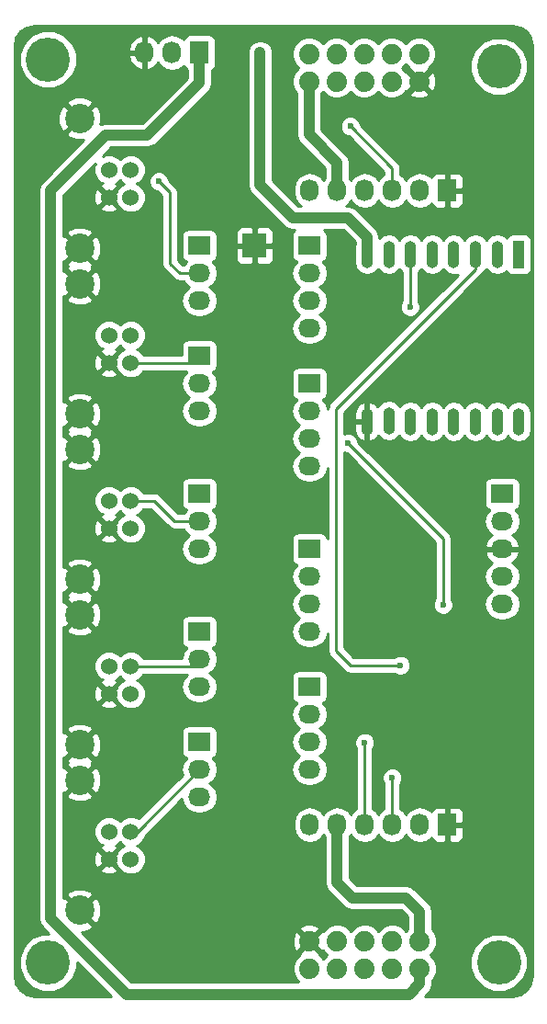
<source format=gbl>
%TF.GenerationSoftware,KiCad,Pcbnew,4.0.1-stable*%
%TF.CreationDate,2016-01-20T20:58:58+01:00*%
%TF.ProjectId,main_board,6D61696E5F626F6172642E6B69636164,rev?*%
%TF.FileFunction,Copper,L2,Bot,Signal*%
%FSLAX46Y46*%
G04 Gerber Fmt 4.6, Leading zero omitted, Abs format (unit mm)*
G04 Created by KiCad (PCBNEW 4.0.1-stable) date Wed 20 Jan 2016 08:58:58 PM CET*
%MOMM*%
G01*
G04 APERTURE LIST*
%ADD10C,0.100000*%
%ADD11R,1.100000X2.500000*%
%ADD12O,1.100000X2.500000*%
%ADD13R,2.032000X1.727200*%
%ADD14O,2.032000X1.727200*%
%ADD15C,1.524000*%
%ADD16C,2.700020*%
%ADD17C,4.064000*%
%ADD18R,1.727200X2.032000*%
%ADD19O,1.727200X2.032000*%
%ADD20C,1.879600*%
%ADD21R,2.235200X2.235200*%
%ADD22C,1.000000*%
%ADD23C,0.600000*%
%ADD24C,0.250000*%
%ADD25C,1.000000*%
%ADD26C,0.254000*%
G04 APERTURE END LIST*
D10*
D11*
X131064000Y-99884000D03*
D12*
X129064000Y-99884000D03*
X127064000Y-99884000D03*
X125064000Y-99884000D03*
X123064000Y-99884000D03*
X121064000Y-99884000D03*
X119064000Y-99884000D03*
X117064000Y-99884000D03*
X117064000Y-115284000D03*
X119064000Y-115184000D03*
X121064000Y-115284000D03*
X123064000Y-115284000D03*
X125064000Y-115284000D03*
X127064000Y-115284000D03*
X129064000Y-115284000D03*
X131064000Y-115284000D03*
D13*
X129540000Y-121920000D03*
D14*
X129540000Y-124460000D03*
X129540000Y-127000000D03*
X129540000Y-129540000D03*
X129540000Y-132080000D03*
D15*
X95250000Y-153035000D03*
X95250000Y-155575000D03*
X93251020Y-155575000D03*
X93251020Y-153035000D03*
D16*
X90551000Y-148305520D03*
X90551000Y-160304480D03*
D15*
X95250000Y-137795000D03*
X95250000Y-140335000D03*
X93251020Y-140335000D03*
X93251020Y-137795000D03*
D16*
X90551000Y-133065520D03*
X90551000Y-145064480D03*
D15*
X95250000Y-122555000D03*
X95250000Y-125095000D03*
X93251020Y-125095000D03*
X93251020Y-122555000D03*
D16*
X90551000Y-117825520D03*
X90551000Y-129824480D03*
D15*
X95250000Y-107315000D03*
X95250000Y-109855000D03*
X93251020Y-109855000D03*
X93251020Y-107315000D03*
D16*
X90551000Y-102585520D03*
X90551000Y-114584480D03*
D15*
X95250000Y-92075000D03*
X95250000Y-94615000D03*
X93251020Y-94615000D03*
X93251020Y-92075000D03*
D16*
X90551000Y-87345520D03*
X90551000Y-99344480D03*
D17*
X87630000Y-165100000D03*
X129222500Y-165100000D03*
X129222500Y-82550000D03*
D13*
X101600000Y-99060000D03*
D14*
X101600000Y-101600000D03*
X101600000Y-104140000D03*
D13*
X101600000Y-109220000D03*
D14*
X101600000Y-111760000D03*
X101600000Y-114300000D03*
D13*
X101600000Y-121920000D03*
D14*
X101600000Y-124460000D03*
X101600000Y-127000000D03*
D13*
X101600000Y-134620000D03*
D14*
X101600000Y-137160000D03*
X101600000Y-139700000D03*
D13*
X101600000Y-144780000D03*
D14*
X101600000Y-147320000D03*
X101600000Y-149860000D03*
D17*
X87630000Y-81915000D03*
D18*
X101600000Y-81280000D03*
D19*
X99060000Y-81280000D03*
X96520000Y-81280000D03*
D20*
X111696500Y-83947000D03*
X111696500Y-81407000D03*
X114236500Y-83947000D03*
X114236500Y-81407000D03*
X116776500Y-83947000D03*
X116776500Y-81407000D03*
X119316500Y-83947000D03*
X119316500Y-81407000D03*
X121856500Y-83947000D03*
X121856500Y-81407000D03*
D18*
X124460000Y-93980000D03*
D19*
X121920000Y-93980000D03*
X119380000Y-93980000D03*
X116840000Y-93980000D03*
X114300000Y-93980000D03*
X111760000Y-93980000D03*
D20*
X121920000Y-163131500D03*
X121920000Y-165671500D03*
X119380000Y-163131500D03*
X119380000Y-165671500D03*
X116840000Y-163131500D03*
X116840000Y-165671500D03*
X114300000Y-163131500D03*
X114300000Y-165671500D03*
X111760000Y-163131500D03*
X111760000Y-165671500D03*
D18*
X124460000Y-152400000D03*
D19*
X121920000Y-152400000D03*
X119380000Y-152400000D03*
X116840000Y-152400000D03*
X114300000Y-152400000D03*
X111760000Y-152400000D03*
D13*
X111760000Y-139700000D03*
D14*
X111760000Y-142240000D03*
X111760000Y-144780000D03*
X111760000Y-147320000D03*
D13*
X111760000Y-127000000D03*
D14*
X111760000Y-129540000D03*
X111760000Y-132080000D03*
X111760000Y-134620000D03*
D13*
X111760000Y-111760000D03*
D14*
X111760000Y-114300000D03*
X111760000Y-116840000D03*
X111760000Y-119380000D03*
D13*
X111760000Y-99060000D03*
D14*
X111760000Y-101600000D03*
X111760000Y-104140000D03*
X111760000Y-106680000D03*
D21*
X106680000Y-99060000D03*
D22*
X107188000Y-81280000D03*
D23*
X119380000Y-148082000D03*
X115506500Y-88074500D03*
X116840000Y-144843500D03*
X121031000Y-104711500D03*
X97853500Y-93154500D03*
X115316000Y-117284500D03*
X124079000Y-132143500D03*
X120142000Y-137731500D03*
D24*
X95250000Y-153035000D02*
X95885000Y-153035000D01*
X95885000Y-153035000D02*
X101600000Y-147320000D01*
D25*
X114300000Y-152400000D02*
X114300000Y-157734000D01*
X121920000Y-160401000D02*
X121920000Y-163131500D01*
X120650000Y-159131000D02*
X121920000Y-160401000D01*
X115697000Y-159131000D02*
X120650000Y-159131000D01*
X114300000Y-157734000D02*
X115697000Y-159131000D01*
X111696500Y-83947000D02*
X111696500Y-88836500D01*
X114300000Y-91440000D02*
X114300000Y-93980000D01*
X111696500Y-88836500D02*
X114300000Y-91440000D01*
X94234000Y-167386000D02*
X94869000Y-168021000D01*
X101600000Y-84074000D02*
X96774000Y-88900000D01*
X96774000Y-88900000D02*
X92964000Y-88900000D01*
X92964000Y-88900000D02*
X89662000Y-92202000D01*
X89662000Y-92202000D02*
X88392000Y-93472000D01*
X88392000Y-93472000D02*
X87884000Y-93980000D01*
X87884000Y-93980000D02*
X87884000Y-161036000D01*
X87884000Y-161036000D02*
X94234000Y-167386000D01*
X101600000Y-81280000D02*
X101600000Y-84074000D01*
X121920000Y-167068500D02*
X121920000Y-165671500D01*
X120967500Y-168021000D02*
X121920000Y-167068500D01*
X94869000Y-168021000D02*
X120967500Y-168021000D01*
X117064000Y-98268000D02*
X117064000Y-100584000D01*
X115316000Y-96520000D02*
X117064000Y-98268000D01*
X113284000Y-96520000D02*
X115316000Y-96520000D01*
X107188000Y-93472000D02*
X107188000Y-81280000D01*
X110236000Y-96520000D02*
X113284000Y-96520000D01*
X107188000Y-93472000D02*
X110236000Y-96520000D01*
D24*
X119380000Y-148082000D02*
X119380000Y-152400000D01*
X119380000Y-91948000D02*
X119380000Y-93980000D01*
X115506500Y-88074500D02*
X119380000Y-91948000D01*
X116840000Y-152400000D02*
X116840000Y-144843500D01*
X121031000Y-104711500D02*
X121064000Y-104678500D01*
X121064000Y-104678500D02*
X121064000Y-100584000D01*
X95250000Y-137795000D02*
X100965000Y-137795000D01*
X100965000Y-137795000D02*
X101600000Y-137160000D01*
X95250000Y-122555000D02*
X97409000Y-122555000D01*
X99314000Y-124460000D02*
X101600000Y-124460000D01*
X97409000Y-122555000D02*
X99314000Y-124460000D01*
X95250000Y-109855000D02*
X100965000Y-109855000D01*
X100965000Y-109855000D02*
X101600000Y-109220000D01*
X98869500Y-94170500D02*
X98869500Y-100711000D01*
X97853500Y-93154500D02*
X98869500Y-94170500D01*
X98869500Y-100711000D02*
X99758500Y-101600000D01*
X99758500Y-101600000D02*
X101600000Y-101600000D01*
X124079000Y-126047500D02*
X124079000Y-132143500D01*
X124079000Y-126047500D02*
X115316000Y-117284500D01*
X127064000Y-100584000D02*
X127064000Y-101218500D01*
X115506500Y-137731500D02*
X120142000Y-137731500D01*
X114173000Y-136398000D02*
X115506500Y-137731500D01*
X114173000Y-114109500D02*
X114173000Y-136398000D01*
X127064000Y-101218500D02*
X114173000Y-114109500D01*
D26*
G36*
X131187489Y-78967152D02*
X131776670Y-79360830D01*
X132170348Y-79950011D01*
X132322500Y-80714931D01*
X132322500Y-166300069D01*
X132170348Y-167064989D01*
X131776670Y-167654170D01*
X131187489Y-168047848D01*
X130422569Y-168200000D01*
X122393632Y-168200000D01*
X122722566Y-167871066D01*
X122968603Y-167502846D01*
X122975197Y-167469694D01*
X123055000Y-167068500D01*
X123055000Y-166763642D01*
X123254272Y-166564717D01*
X123494526Y-165986121D01*
X123494838Y-165628172D01*
X126555038Y-165628172D01*
X126960209Y-166608761D01*
X127709793Y-167359655D01*
X128689673Y-167766536D01*
X129750672Y-167767462D01*
X130731261Y-167362291D01*
X131482155Y-166612707D01*
X131889036Y-165632827D01*
X131889962Y-164571828D01*
X131484791Y-163591239D01*
X130735207Y-162840345D01*
X129755327Y-162433464D01*
X128694328Y-162432538D01*
X127713739Y-162837709D01*
X126962845Y-163587293D01*
X126555964Y-164567173D01*
X126555038Y-165628172D01*
X123494838Y-165628172D01*
X123495073Y-165359627D01*
X123255829Y-164780613D01*
X122877104Y-164401227D01*
X123254272Y-164024717D01*
X123494526Y-163446121D01*
X123495073Y-162819627D01*
X123255829Y-162240613D01*
X123055000Y-162039433D01*
X123055000Y-160401000D01*
X122968603Y-159966654D01*
X122722566Y-159598434D01*
X121452566Y-158328434D01*
X121426075Y-158310733D01*
X121084346Y-158082397D01*
X120650000Y-157996000D01*
X116167132Y-157996000D01*
X115435000Y-157263868D01*
X115435000Y-153531676D01*
X115570000Y-153329634D01*
X115780330Y-153644415D01*
X116266511Y-153969271D01*
X116840000Y-154083345D01*
X117413489Y-153969271D01*
X117899670Y-153644415D01*
X118110000Y-153329634D01*
X118320330Y-153644415D01*
X118806511Y-153969271D01*
X119380000Y-154083345D01*
X119953489Y-153969271D01*
X120439670Y-153644415D01*
X120650000Y-153329634D01*
X120860330Y-153644415D01*
X121346511Y-153969271D01*
X121920000Y-154083345D01*
X122493489Y-153969271D01*
X122979670Y-153644415D01*
X122994500Y-153622220D01*
X123058073Y-153775699D01*
X123236702Y-153954327D01*
X123470091Y-154051000D01*
X124174250Y-154051000D01*
X124333000Y-153892250D01*
X124333000Y-152527000D01*
X124587000Y-152527000D01*
X124587000Y-153892250D01*
X124745750Y-154051000D01*
X125449909Y-154051000D01*
X125683298Y-153954327D01*
X125861927Y-153775699D01*
X125958600Y-153542310D01*
X125958600Y-152685750D01*
X125799850Y-152527000D01*
X124587000Y-152527000D01*
X124333000Y-152527000D01*
X124313000Y-152527000D01*
X124313000Y-152273000D01*
X124333000Y-152273000D01*
X124333000Y-150907750D01*
X124587000Y-150907750D01*
X124587000Y-152273000D01*
X125799850Y-152273000D01*
X125958600Y-152114250D01*
X125958600Y-151257690D01*
X125861927Y-151024301D01*
X125683298Y-150845673D01*
X125449909Y-150749000D01*
X124745750Y-150749000D01*
X124587000Y-150907750D01*
X124333000Y-150907750D01*
X124174250Y-150749000D01*
X123470091Y-150749000D01*
X123236702Y-150845673D01*
X123058073Y-151024301D01*
X122994500Y-151177780D01*
X122979670Y-151155585D01*
X122493489Y-150830729D01*
X121920000Y-150716655D01*
X121346511Y-150830729D01*
X120860330Y-151155585D01*
X120650000Y-151470366D01*
X120439670Y-151155585D01*
X120140000Y-150955352D01*
X120140000Y-148644463D01*
X120172192Y-148612327D01*
X120314838Y-148268799D01*
X120315162Y-147896833D01*
X120173117Y-147553057D01*
X119910327Y-147289808D01*
X119566799Y-147147162D01*
X119194833Y-147146838D01*
X118851057Y-147288883D01*
X118587808Y-147551673D01*
X118445162Y-147895201D01*
X118444838Y-148267167D01*
X118586883Y-148610943D01*
X118620000Y-148644118D01*
X118620000Y-150955352D01*
X118320330Y-151155585D01*
X118110000Y-151470366D01*
X117899670Y-151155585D01*
X117600000Y-150955352D01*
X117600000Y-145405963D01*
X117632192Y-145373827D01*
X117774838Y-145030299D01*
X117775162Y-144658333D01*
X117633117Y-144314557D01*
X117370327Y-144051308D01*
X117026799Y-143908662D01*
X116654833Y-143908338D01*
X116311057Y-144050383D01*
X116047808Y-144313173D01*
X115905162Y-144656701D01*
X115904838Y-145028667D01*
X116046883Y-145372443D01*
X116080000Y-145405618D01*
X116080000Y-150955352D01*
X115780330Y-151155585D01*
X115570000Y-151470366D01*
X115359670Y-151155585D01*
X114873489Y-150830729D01*
X114300000Y-150716655D01*
X113726511Y-150830729D01*
X113240330Y-151155585D01*
X113030000Y-151470366D01*
X112819670Y-151155585D01*
X112333489Y-150830729D01*
X111760000Y-150716655D01*
X111186511Y-150830729D01*
X110700330Y-151155585D01*
X110375474Y-151641766D01*
X110261400Y-152215255D01*
X110261400Y-152584745D01*
X110375474Y-153158234D01*
X110700330Y-153644415D01*
X111186511Y-153969271D01*
X111760000Y-154083345D01*
X112333489Y-153969271D01*
X112819670Y-153644415D01*
X113030000Y-153329634D01*
X113165000Y-153531676D01*
X113165000Y-157734000D01*
X113251397Y-158168346D01*
X113497434Y-158536566D01*
X114894434Y-159933566D01*
X115262654Y-160179603D01*
X115697000Y-160266000D01*
X120179868Y-160266000D01*
X120785000Y-160871132D01*
X120785000Y-162039358D01*
X120649727Y-162174396D01*
X120273217Y-161797228D01*
X119694621Y-161556974D01*
X119068127Y-161556427D01*
X118489113Y-161795671D01*
X118109727Y-162174396D01*
X117733217Y-161797228D01*
X117154621Y-161556974D01*
X116528127Y-161556427D01*
X115949113Y-161795671D01*
X115569727Y-162174396D01*
X115193217Y-161797228D01*
X114614621Y-161556974D01*
X113988127Y-161556427D01*
X113409113Y-161795671D01*
X112967399Y-162236615D01*
X112868968Y-162202137D01*
X111939605Y-163131500D01*
X112868968Y-164060863D01*
X112967964Y-164026187D01*
X113342896Y-164401773D01*
X113029727Y-164714396D01*
X112654885Y-164338899D01*
X112689363Y-164240468D01*
X111760000Y-163311105D01*
X110830637Y-164240468D01*
X110865313Y-164339464D01*
X110425728Y-164778283D01*
X110185474Y-165356879D01*
X110184927Y-165983373D01*
X110424171Y-166562387D01*
X110747220Y-166886000D01*
X95339132Y-166886000D01*
X91334465Y-162881333D01*
X110173955Y-162881333D01*
X110198951Y-163507328D01*
X110390420Y-163969577D01*
X110651032Y-164060863D01*
X111580395Y-163131500D01*
X110651032Y-162202137D01*
X110390420Y-162293423D01*
X110173955Y-162881333D01*
X91334465Y-162881333D01*
X90738754Y-162285622D01*
X90992420Y-162279654D01*
X91613167Y-162022532D01*
X110830637Y-162022532D01*
X111760000Y-162951895D01*
X112689363Y-162022532D01*
X112598077Y-161761920D01*
X112010167Y-161545455D01*
X111384172Y-161570451D01*
X110921923Y-161761920D01*
X110830637Y-162022532D01*
X91613167Y-162022532D01*
X91635528Y-162013270D01*
X91776996Y-161710081D01*
X90551000Y-160484085D01*
X90536858Y-160498228D01*
X90357253Y-160318623D01*
X90371395Y-160304480D01*
X90730605Y-160304480D01*
X91956601Y-161530476D01*
X92259790Y-161389008D01*
X92544747Y-160652528D01*
X92526174Y-159863060D01*
X92259790Y-159219952D01*
X91956601Y-159078484D01*
X90730605Y-160304480D01*
X90371395Y-160304480D01*
X89145399Y-159078484D01*
X89019000Y-159137462D01*
X89019000Y-158898879D01*
X89325004Y-158898879D01*
X90551000Y-160124875D01*
X91776996Y-158898879D01*
X91635528Y-158595690D01*
X90899048Y-158310733D01*
X90109580Y-158329306D01*
X89466472Y-158595690D01*
X89325004Y-158898879D01*
X89019000Y-158898879D01*
X89019000Y-156555213D01*
X92450412Y-156555213D01*
X92519877Y-156797397D01*
X93043322Y-156984144D01*
X93598388Y-156956362D01*
X93982163Y-156797397D01*
X94051628Y-156555213D01*
X93251020Y-155754605D01*
X92450412Y-156555213D01*
X89019000Y-156555213D01*
X89019000Y-155367302D01*
X91841876Y-155367302D01*
X91869658Y-155922368D01*
X92028623Y-156306143D01*
X92270807Y-156375608D01*
X93071415Y-155575000D01*
X92270807Y-154774392D01*
X92028623Y-154843857D01*
X91841876Y-155367302D01*
X89019000Y-155367302D01*
X89019000Y-153311661D01*
X91853778Y-153311661D01*
X92066010Y-153825303D01*
X92458650Y-154218629D01*
X92650747Y-154298395D01*
X92519877Y-154352603D01*
X92450412Y-154594787D01*
X93251020Y-155395395D01*
X94051628Y-154594787D01*
X93982163Y-154352603D01*
X93841702Y-154302491D01*
X94041323Y-154220010D01*
X94250530Y-154011168D01*
X94457630Y-154218629D01*
X94665512Y-154304949D01*
X94459697Y-154389990D01*
X94066371Y-154782630D01*
X93955154Y-155050471D01*
X93430625Y-155575000D01*
X93955189Y-156099564D01*
X94064990Y-156365303D01*
X94457630Y-156758629D01*
X94970900Y-156971757D01*
X95526661Y-156972242D01*
X96040303Y-156760010D01*
X96433629Y-156367370D01*
X96646757Y-155854100D01*
X96647242Y-155298339D01*
X96435010Y-154784697D01*
X96042370Y-154391371D01*
X95834488Y-154305051D01*
X96040303Y-154220010D01*
X96433629Y-153827370D01*
X96622653Y-153372149D01*
X99952848Y-150041955D01*
X100030729Y-150433489D01*
X100355585Y-150919670D01*
X100841766Y-151244526D01*
X101415255Y-151358600D01*
X101784745Y-151358600D01*
X102358234Y-151244526D01*
X102844415Y-150919670D01*
X103169271Y-150433489D01*
X103283345Y-149860000D01*
X103169271Y-149286511D01*
X102844415Y-148800330D01*
X102529634Y-148590000D01*
X102844415Y-148379670D01*
X103169271Y-147893489D01*
X103283345Y-147320000D01*
X103169271Y-146746511D01*
X102844415Y-146260330D01*
X102830087Y-146250757D01*
X102851317Y-146246762D01*
X103067441Y-146107690D01*
X103212431Y-145895490D01*
X103263440Y-145643600D01*
X103263440Y-143916400D01*
X103219162Y-143681083D01*
X103080090Y-143464959D01*
X102867890Y-143319969D01*
X102616000Y-143268960D01*
X100584000Y-143268960D01*
X100348683Y-143313238D01*
X100132559Y-143452310D01*
X99987569Y-143664510D01*
X99936560Y-143916400D01*
X99936560Y-145643600D01*
X99980838Y-145878917D01*
X100119910Y-146095041D01*
X100332110Y-146240031D01*
X100373439Y-146248400D01*
X100355585Y-146260330D01*
X100030729Y-146746511D01*
X99916655Y-147320000D01*
X100017619Y-147827579D01*
X96008070Y-151837128D01*
X95529100Y-151638243D01*
X94973339Y-151637758D01*
X94459697Y-151849990D01*
X94250490Y-152058832D01*
X94043390Y-151851371D01*
X93530120Y-151638243D01*
X92974359Y-151637758D01*
X92460717Y-151849990D01*
X92067391Y-152242630D01*
X91854263Y-152755900D01*
X91853778Y-153311661D01*
X89019000Y-153311661D01*
X89019000Y-149711121D01*
X89325004Y-149711121D01*
X89466472Y-150014310D01*
X90202952Y-150299267D01*
X90992420Y-150280694D01*
X91635528Y-150014310D01*
X91776996Y-149711121D01*
X90551000Y-148485125D01*
X89325004Y-149711121D01*
X89019000Y-149711121D01*
X89019000Y-149472538D01*
X89145399Y-149531516D01*
X90371395Y-148305520D01*
X90730605Y-148305520D01*
X91956601Y-149531516D01*
X92259790Y-149390048D01*
X92544747Y-148653568D01*
X92526174Y-147864100D01*
X92259790Y-147220992D01*
X91956601Y-147079524D01*
X90730605Y-148305520D01*
X90371395Y-148305520D01*
X89145399Y-147079524D01*
X89019000Y-147138502D01*
X89019000Y-146470081D01*
X89325004Y-146470081D01*
X89425285Y-146685000D01*
X89325004Y-146899919D01*
X90551000Y-148125915D01*
X91776996Y-146899919D01*
X91676715Y-146685000D01*
X91776996Y-146470081D01*
X90551000Y-145244085D01*
X89325004Y-146470081D01*
X89019000Y-146470081D01*
X89019000Y-146231498D01*
X89145399Y-146290476D01*
X90371395Y-145064480D01*
X90730605Y-145064480D01*
X91956601Y-146290476D01*
X92259790Y-146149008D01*
X92544747Y-145412528D01*
X92526174Y-144623060D01*
X92259790Y-143979952D01*
X91956601Y-143838484D01*
X90730605Y-145064480D01*
X90371395Y-145064480D01*
X89145399Y-143838484D01*
X89019000Y-143897462D01*
X89019000Y-143658879D01*
X89325004Y-143658879D01*
X90551000Y-144884875D01*
X91776996Y-143658879D01*
X91635528Y-143355690D01*
X90899048Y-143070733D01*
X90109580Y-143089306D01*
X89466472Y-143355690D01*
X89325004Y-143658879D01*
X89019000Y-143658879D01*
X89019000Y-142240000D01*
X110076655Y-142240000D01*
X110190729Y-142813489D01*
X110515585Y-143299670D01*
X110830366Y-143510000D01*
X110515585Y-143720330D01*
X110190729Y-144206511D01*
X110076655Y-144780000D01*
X110190729Y-145353489D01*
X110515585Y-145839670D01*
X110830366Y-146050000D01*
X110515585Y-146260330D01*
X110190729Y-146746511D01*
X110076655Y-147320000D01*
X110190729Y-147893489D01*
X110515585Y-148379670D01*
X111001766Y-148704526D01*
X111575255Y-148818600D01*
X111944745Y-148818600D01*
X112518234Y-148704526D01*
X113004415Y-148379670D01*
X113329271Y-147893489D01*
X113443345Y-147320000D01*
X113329271Y-146746511D01*
X113004415Y-146260330D01*
X112689634Y-146050000D01*
X113004415Y-145839670D01*
X113329271Y-145353489D01*
X113443345Y-144780000D01*
X113329271Y-144206511D01*
X113004415Y-143720330D01*
X112689634Y-143510000D01*
X113004415Y-143299670D01*
X113329271Y-142813489D01*
X113443345Y-142240000D01*
X113329271Y-141666511D01*
X113004415Y-141180330D01*
X112990087Y-141170757D01*
X113011317Y-141166762D01*
X113227441Y-141027690D01*
X113372431Y-140815490D01*
X113423440Y-140563600D01*
X113423440Y-138836400D01*
X113379162Y-138601083D01*
X113240090Y-138384959D01*
X113027890Y-138239969D01*
X112776000Y-138188960D01*
X110744000Y-138188960D01*
X110508683Y-138233238D01*
X110292559Y-138372310D01*
X110147569Y-138584510D01*
X110096560Y-138836400D01*
X110096560Y-140563600D01*
X110140838Y-140798917D01*
X110279910Y-141015041D01*
X110492110Y-141160031D01*
X110533439Y-141168400D01*
X110515585Y-141180330D01*
X110190729Y-141666511D01*
X110076655Y-142240000D01*
X89019000Y-142240000D01*
X89019000Y-141315213D01*
X92450412Y-141315213D01*
X92519877Y-141557397D01*
X93043322Y-141744144D01*
X93598388Y-141716362D01*
X93982163Y-141557397D01*
X94051628Y-141315213D01*
X93251020Y-140514605D01*
X92450412Y-141315213D01*
X89019000Y-141315213D01*
X89019000Y-140127302D01*
X91841876Y-140127302D01*
X91869658Y-140682368D01*
X92028623Y-141066143D01*
X92270807Y-141135608D01*
X93071415Y-140335000D01*
X92270807Y-139534392D01*
X92028623Y-139603857D01*
X91841876Y-140127302D01*
X89019000Y-140127302D01*
X89019000Y-138071661D01*
X91853778Y-138071661D01*
X92066010Y-138585303D01*
X92458650Y-138978629D01*
X92650747Y-139058395D01*
X92519877Y-139112603D01*
X92450412Y-139354787D01*
X93251020Y-140155395D01*
X94051628Y-139354787D01*
X93982163Y-139112603D01*
X93841702Y-139062491D01*
X94041323Y-138980010D01*
X94250530Y-138771168D01*
X94457630Y-138978629D01*
X94665512Y-139064949D01*
X94459697Y-139149990D01*
X94066371Y-139542630D01*
X93955154Y-139810471D01*
X93430625Y-140335000D01*
X93955189Y-140859564D01*
X94064990Y-141125303D01*
X94457630Y-141518629D01*
X94970900Y-141731757D01*
X95526661Y-141732242D01*
X96040303Y-141520010D01*
X96433629Y-141127370D01*
X96646757Y-140614100D01*
X96647242Y-140058339D01*
X96435010Y-139544697D01*
X96042370Y-139151371D01*
X95834488Y-139065051D01*
X96040303Y-138980010D01*
X96433629Y-138587370D01*
X96447070Y-138555000D01*
X100483290Y-138555000D01*
X100355585Y-138640330D01*
X100030729Y-139126511D01*
X99916655Y-139700000D01*
X100030729Y-140273489D01*
X100355585Y-140759670D01*
X100841766Y-141084526D01*
X101415255Y-141198600D01*
X101784745Y-141198600D01*
X102358234Y-141084526D01*
X102844415Y-140759670D01*
X103169271Y-140273489D01*
X103283345Y-139700000D01*
X103169271Y-139126511D01*
X102844415Y-138640330D01*
X102529634Y-138430000D01*
X102844415Y-138219670D01*
X103169271Y-137733489D01*
X103283345Y-137160000D01*
X103169271Y-136586511D01*
X102844415Y-136100330D01*
X102830087Y-136090757D01*
X102851317Y-136086762D01*
X103067441Y-135947690D01*
X103212431Y-135735490D01*
X103263440Y-135483600D01*
X103263440Y-133756400D01*
X103219162Y-133521083D01*
X103080090Y-133304959D01*
X102867890Y-133159969D01*
X102616000Y-133108960D01*
X100584000Y-133108960D01*
X100348683Y-133153238D01*
X100132559Y-133292310D01*
X99987569Y-133504510D01*
X99936560Y-133756400D01*
X99936560Y-135483600D01*
X99980838Y-135718917D01*
X100119910Y-135935041D01*
X100332110Y-136080031D01*
X100373439Y-136088400D01*
X100355585Y-136100330D01*
X100030729Y-136586511D01*
X99941519Y-137035000D01*
X96447531Y-137035000D01*
X96435010Y-137004697D01*
X96042370Y-136611371D01*
X95529100Y-136398243D01*
X94973339Y-136397758D01*
X94459697Y-136609990D01*
X94250490Y-136818832D01*
X94043390Y-136611371D01*
X93530120Y-136398243D01*
X92974359Y-136397758D01*
X92460717Y-136609990D01*
X92067391Y-137002630D01*
X91854263Y-137515900D01*
X91853778Y-138071661D01*
X89019000Y-138071661D01*
X89019000Y-134471121D01*
X89325004Y-134471121D01*
X89466472Y-134774310D01*
X90202952Y-135059267D01*
X90992420Y-135040694D01*
X91635528Y-134774310D01*
X91776996Y-134471121D01*
X90551000Y-133245125D01*
X89325004Y-134471121D01*
X89019000Y-134471121D01*
X89019000Y-134232538D01*
X89145399Y-134291516D01*
X90371395Y-133065520D01*
X90730605Y-133065520D01*
X91956601Y-134291516D01*
X92259790Y-134150048D01*
X92544747Y-133413568D01*
X92526174Y-132624100D01*
X92259790Y-131980992D01*
X91956601Y-131839524D01*
X90730605Y-133065520D01*
X90371395Y-133065520D01*
X89145399Y-131839524D01*
X89019000Y-131898502D01*
X89019000Y-131230081D01*
X89325004Y-131230081D01*
X89425285Y-131445000D01*
X89325004Y-131659919D01*
X90551000Y-132885915D01*
X91776996Y-131659919D01*
X91676715Y-131445000D01*
X91776996Y-131230081D01*
X90551000Y-130004085D01*
X89325004Y-131230081D01*
X89019000Y-131230081D01*
X89019000Y-130991498D01*
X89145399Y-131050476D01*
X90371395Y-129824480D01*
X90730605Y-129824480D01*
X91956601Y-131050476D01*
X92259790Y-130909008D01*
X92544747Y-130172528D01*
X92526174Y-129383060D01*
X92259790Y-128739952D01*
X91956601Y-128598484D01*
X90730605Y-129824480D01*
X90371395Y-129824480D01*
X89145399Y-128598484D01*
X89019000Y-128657462D01*
X89019000Y-128418879D01*
X89325004Y-128418879D01*
X90551000Y-129644875D01*
X91776996Y-128418879D01*
X91635528Y-128115690D01*
X90899048Y-127830733D01*
X90109580Y-127849306D01*
X89466472Y-128115690D01*
X89325004Y-128418879D01*
X89019000Y-128418879D01*
X89019000Y-126075213D01*
X92450412Y-126075213D01*
X92519877Y-126317397D01*
X93043322Y-126504144D01*
X93598388Y-126476362D01*
X93982163Y-126317397D01*
X94051628Y-126075213D01*
X93251020Y-125274605D01*
X92450412Y-126075213D01*
X89019000Y-126075213D01*
X89019000Y-124887302D01*
X91841876Y-124887302D01*
X91869658Y-125442368D01*
X92028623Y-125826143D01*
X92270807Y-125895608D01*
X93071415Y-125095000D01*
X92270807Y-124294392D01*
X92028623Y-124363857D01*
X91841876Y-124887302D01*
X89019000Y-124887302D01*
X89019000Y-122831661D01*
X91853778Y-122831661D01*
X92066010Y-123345303D01*
X92458650Y-123738629D01*
X92650747Y-123818395D01*
X92519877Y-123872603D01*
X92450412Y-124114787D01*
X93251020Y-124915395D01*
X94051628Y-124114787D01*
X93982163Y-123872603D01*
X93841702Y-123822491D01*
X94041323Y-123740010D01*
X94250530Y-123531168D01*
X94457630Y-123738629D01*
X94665512Y-123824949D01*
X94459697Y-123909990D01*
X94066371Y-124302630D01*
X93955154Y-124570471D01*
X93430625Y-125095000D01*
X93955189Y-125619564D01*
X94064990Y-125885303D01*
X94457630Y-126278629D01*
X94970900Y-126491757D01*
X95526661Y-126492242D01*
X96040303Y-126280010D01*
X96433629Y-125887370D01*
X96646757Y-125374100D01*
X96647242Y-124818339D01*
X96435010Y-124304697D01*
X96042370Y-123911371D01*
X95834488Y-123825051D01*
X96040303Y-123740010D01*
X96433629Y-123347370D01*
X96447070Y-123315000D01*
X97094198Y-123315000D01*
X98776599Y-124997401D01*
X99023161Y-125162148D01*
X99314000Y-125220000D01*
X100155352Y-125220000D01*
X100355585Y-125519670D01*
X100670366Y-125730000D01*
X100355585Y-125940330D01*
X100030729Y-126426511D01*
X99916655Y-127000000D01*
X100030729Y-127573489D01*
X100355585Y-128059670D01*
X100841766Y-128384526D01*
X101415255Y-128498600D01*
X101784745Y-128498600D01*
X102358234Y-128384526D01*
X102844415Y-128059670D01*
X103169271Y-127573489D01*
X103283345Y-127000000D01*
X103169271Y-126426511D01*
X102844415Y-125940330D01*
X102529634Y-125730000D01*
X102844415Y-125519670D01*
X103169271Y-125033489D01*
X103283345Y-124460000D01*
X103169271Y-123886511D01*
X102844415Y-123400330D01*
X102830087Y-123390757D01*
X102851317Y-123386762D01*
X103067441Y-123247690D01*
X103212431Y-123035490D01*
X103263440Y-122783600D01*
X103263440Y-121056400D01*
X103219162Y-120821083D01*
X103080090Y-120604959D01*
X102867890Y-120459969D01*
X102616000Y-120408960D01*
X100584000Y-120408960D01*
X100348683Y-120453238D01*
X100132559Y-120592310D01*
X99987569Y-120804510D01*
X99936560Y-121056400D01*
X99936560Y-122783600D01*
X99980838Y-123018917D01*
X100119910Y-123235041D01*
X100332110Y-123380031D01*
X100373439Y-123388400D01*
X100355585Y-123400330D01*
X100155352Y-123700000D01*
X99628802Y-123700000D01*
X97946401Y-122017599D01*
X97699839Y-121852852D01*
X97409000Y-121795000D01*
X96447531Y-121795000D01*
X96435010Y-121764697D01*
X96042370Y-121371371D01*
X95529100Y-121158243D01*
X94973339Y-121157758D01*
X94459697Y-121369990D01*
X94250490Y-121578832D01*
X94043390Y-121371371D01*
X93530120Y-121158243D01*
X92974359Y-121157758D01*
X92460717Y-121369990D01*
X92067391Y-121762630D01*
X91854263Y-122275900D01*
X91853778Y-122831661D01*
X89019000Y-122831661D01*
X89019000Y-119231121D01*
X89325004Y-119231121D01*
X89466472Y-119534310D01*
X90202952Y-119819267D01*
X90992420Y-119800694D01*
X91635528Y-119534310D01*
X91776996Y-119231121D01*
X90551000Y-118005125D01*
X89325004Y-119231121D01*
X89019000Y-119231121D01*
X89019000Y-118992538D01*
X89145399Y-119051516D01*
X90371395Y-117825520D01*
X90730605Y-117825520D01*
X91956601Y-119051516D01*
X92259790Y-118910048D01*
X92544747Y-118173568D01*
X92526174Y-117384100D01*
X92259790Y-116740992D01*
X91956601Y-116599524D01*
X90730605Y-117825520D01*
X90371395Y-117825520D01*
X89145399Y-116599524D01*
X89019000Y-116658502D01*
X89019000Y-115990081D01*
X89325004Y-115990081D01*
X89425285Y-116205000D01*
X89325004Y-116419919D01*
X90551000Y-117645915D01*
X91776996Y-116419919D01*
X91676715Y-116205000D01*
X91776996Y-115990081D01*
X90551000Y-114764085D01*
X89325004Y-115990081D01*
X89019000Y-115990081D01*
X89019000Y-115751498D01*
X89145399Y-115810476D01*
X90371395Y-114584480D01*
X90730605Y-114584480D01*
X91956601Y-115810476D01*
X92259790Y-115669008D01*
X92544747Y-114932528D01*
X92526174Y-114143060D01*
X92259790Y-113499952D01*
X91956601Y-113358484D01*
X90730605Y-114584480D01*
X90371395Y-114584480D01*
X89145399Y-113358484D01*
X89019000Y-113417462D01*
X89019000Y-113178879D01*
X89325004Y-113178879D01*
X90551000Y-114404875D01*
X91776996Y-113178879D01*
X91635528Y-112875690D01*
X90899048Y-112590733D01*
X90109580Y-112609306D01*
X89466472Y-112875690D01*
X89325004Y-113178879D01*
X89019000Y-113178879D01*
X89019000Y-110835213D01*
X92450412Y-110835213D01*
X92519877Y-111077397D01*
X93043322Y-111264144D01*
X93598388Y-111236362D01*
X93982163Y-111077397D01*
X94051628Y-110835213D01*
X93251020Y-110034605D01*
X92450412Y-110835213D01*
X89019000Y-110835213D01*
X89019000Y-109647302D01*
X91841876Y-109647302D01*
X91869658Y-110202368D01*
X92028623Y-110586143D01*
X92270807Y-110655608D01*
X93071415Y-109855000D01*
X92270807Y-109054392D01*
X92028623Y-109123857D01*
X91841876Y-109647302D01*
X89019000Y-109647302D01*
X89019000Y-107591661D01*
X91853778Y-107591661D01*
X92066010Y-108105303D01*
X92458650Y-108498629D01*
X92650747Y-108578395D01*
X92519877Y-108632603D01*
X92450412Y-108874787D01*
X93251020Y-109675395D01*
X94051628Y-108874787D01*
X93982163Y-108632603D01*
X93841702Y-108582491D01*
X94041323Y-108500010D01*
X94250530Y-108291168D01*
X94457630Y-108498629D01*
X94665512Y-108584949D01*
X94459697Y-108669990D01*
X94066371Y-109062630D01*
X93955154Y-109330471D01*
X93430625Y-109855000D01*
X93955189Y-110379564D01*
X94064990Y-110645303D01*
X94457630Y-111038629D01*
X94970900Y-111251757D01*
X95526661Y-111252242D01*
X96040303Y-111040010D01*
X96433629Y-110647370D01*
X96447070Y-110615000D01*
X100236934Y-110615000D01*
X100332110Y-110680031D01*
X100373439Y-110688400D01*
X100355585Y-110700330D01*
X100030729Y-111186511D01*
X99916655Y-111760000D01*
X100030729Y-112333489D01*
X100355585Y-112819670D01*
X100670366Y-113030000D01*
X100355585Y-113240330D01*
X100030729Y-113726511D01*
X99916655Y-114300000D01*
X100030729Y-114873489D01*
X100355585Y-115359670D01*
X100841766Y-115684526D01*
X101415255Y-115798600D01*
X101784745Y-115798600D01*
X102358234Y-115684526D01*
X102844415Y-115359670D01*
X103169271Y-114873489D01*
X103283345Y-114300000D01*
X103169271Y-113726511D01*
X102844415Y-113240330D01*
X102529634Y-113030000D01*
X102844415Y-112819670D01*
X103169271Y-112333489D01*
X103283345Y-111760000D01*
X103169271Y-111186511D01*
X102844415Y-110700330D01*
X102830087Y-110690757D01*
X102851317Y-110686762D01*
X103067441Y-110547690D01*
X103212431Y-110335490D01*
X103263440Y-110083600D01*
X103263440Y-108356400D01*
X103219162Y-108121083D01*
X103080090Y-107904959D01*
X102867890Y-107759969D01*
X102616000Y-107708960D01*
X100584000Y-107708960D01*
X100348683Y-107753238D01*
X100132559Y-107892310D01*
X99987569Y-108104510D01*
X99936560Y-108356400D01*
X99936560Y-109095000D01*
X96447531Y-109095000D01*
X96435010Y-109064697D01*
X96042370Y-108671371D01*
X95834488Y-108585051D01*
X96040303Y-108500010D01*
X96433629Y-108107370D01*
X96646757Y-107594100D01*
X96647242Y-107038339D01*
X96435010Y-106524697D01*
X96042370Y-106131371D01*
X95529100Y-105918243D01*
X94973339Y-105917758D01*
X94459697Y-106129990D01*
X94250490Y-106338832D01*
X94043390Y-106131371D01*
X93530120Y-105918243D01*
X92974359Y-105917758D01*
X92460717Y-106129990D01*
X92067391Y-106522630D01*
X91854263Y-107035900D01*
X91853778Y-107591661D01*
X89019000Y-107591661D01*
X89019000Y-103991121D01*
X89325004Y-103991121D01*
X89466472Y-104294310D01*
X90202952Y-104579267D01*
X90992420Y-104560694D01*
X91635528Y-104294310D01*
X91776996Y-103991121D01*
X90551000Y-102765125D01*
X89325004Y-103991121D01*
X89019000Y-103991121D01*
X89019000Y-103752538D01*
X89145399Y-103811516D01*
X90371395Y-102585520D01*
X90730605Y-102585520D01*
X91956601Y-103811516D01*
X92259790Y-103670048D01*
X92544747Y-102933568D01*
X92526174Y-102144100D01*
X92259790Y-101500992D01*
X91956601Y-101359524D01*
X90730605Y-102585520D01*
X90371395Y-102585520D01*
X89145399Y-101359524D01*
X89019000Y-101418502D01*
X89019000Y-100750081D01*
X89325004Y-100750081D01*
X89425285Y-100965000D01*
X89325004Y-101179919D01*
X90551000Y-102405915D01*
X91776996Y-101179919D01*
X91676715Y-100965000D01*
X91776996Y-100750081D01*
X90551000Y-99524085D01*
X89325004Y-100750081D01*
X89019000Y-100750081D01*
X89019000Y-100511498D01*
X89145399Y-100570476D01*
X90371395Y-99344480D01*
X90730605Y-99344480D01*
X91956601Y-100570476D01*
X92259790Y-100429008D01*
X92544747Y-99692528D01*
X92526174Y-98903060D01*
X92259790Y-98259952D01*
X91956601Y-98118484D01*
X90730605Y-99344480D01*
X90371395Y-99344480D01*
X89145399Y-98118484D01*
X89019000Y-98177462D01*
X89019000Y-97938879D01*
X89325004Y-97938879D01*
X90551000Y-99164875D01*
X91776996Y-97938879D01*
X91635528Y-97635690D01*
X90899048Y-97350733D01*
X90109580Y-97369306D01*
X89466472Y-97635690D01*
X89325004Y-97938879D01*
X89019000Y-97938879D01*
X89019000Y-95595213D01*
X92450412Y-95595213D01*
X92519877Y-95837397D01*
X93043322Y-96024144D01*
X93598388Y-95996362D01*
X93982163Y-95837397D01*
X94051628Y-95595213D01*
X93251020Y-94794605D01*
X92450412Y-95595213D01*
X89019000Y-95595213D01*
X89019000Y-94450133D01*
X89061831Y-94407302D01*
X91841876Y-94407302D01*
X91869658Y-94962368D01*
X92028623Y-95346143D01*
X92270807Y-95415608D01*
X93071415Y-94615000D01*
X92270807Y-93814392D01*
X92028623Y-93883857D01*
X91841876Y-94407302D01*
X89061831Y-94407302D01*
X89194566Y-94274567D01*
X89194568Y-94274564D01*
X91982811Y-91486321D01*
X91854263Y-91795900D01*
X91853778Y-92351661D01*
X92066010Y-92865303D01*
X92458650Y-93258629D01*
X92650747Y-93338395D01*
X92519877Y-93392603D01*
X92450412Y-93634787D01*
X93251020Y-94435395D01*
X94051628Y-93634787D01*
X93982163Y-93392603D01*
X93841702Y-93342491D01*
X94041323Y-93260010D01*
X94250530Y-93051168D01*
X94457630Y-93258629D01*
X94665512Y-93344949D01*
X94459697Y-93429990D01*
X94066371Y-93822630D01*
X93955154Y-94090471D01*
X93430625Y-94615000D01*
X93955189Y-95139564D01*
X94064990Y-95405303D01*
X94457630Y-95798629D01*
X94970900Y-96011757D01*
X95526661Y-96012242D01*
X96040303Y-95800010D01*
X96433629Y-95407370D01*
X96646757Y-94894100D01*
X96647242Y-94338339D01*
X96435010Y-93824697D01*
X96042370Y-93431371D01*
X95834488Y-93345051D01*
X95847518Y-93339667D01*
X96918338Y-93339667D01*
X97060383Y-93683443D01*
X97323173Y-93946692D01*
X97666701Y-94089338D01*
X97713577Y-94089379D01*
X98109500Y-94485302D01*
X98109500Y-100711000D01*
X98167352Y-101001839D01*
X98332099Y-101248401D01*
X99221099Y-102137401D01*
X99467661Y-102302148D01*
X99758500Y-102360000D01*
X100155352Y-102360000D01*
X100355585Y-102659670D01*
X100670366Y-102870000D01*
X100355585Y-103080330D01*
X100030729Y-103566511D01*
X99916655Y-104140000D01*
X100030729Y-104713489D01*
X100355585Y-105199670D01*
X100841766Y-105524526D01*
X101415255Y-105638600D01*
X101784745Y-105638600D01*
X102358234Y-105524526D01*
X102844415Y-105199670D01*
X103169271Y-104713489D01*
X103283345Y-104140000D01*
X103169271Y-103566511D01*
X102844415Y-103080330D01*
X102529634Y-102870000D01*
X102844415Y-102659670D01*
X103169271Y-102173489D01*
X103283345Y-101600000D01*
X103169271Y-101026511D01*
X102844415Y-100540330D01*
X102830087Y-100530757D01*
X102851317Y-100526762D01*
X103067441Y-100387690D01*
X103212431Y-100175490D01*
X103263440Y-99923600D01*
X103263440Y-99345750D01*
X104927400Y-99345750D01*
X104927400Y-100303910D01*
X105024073Y-100537299D01*
X105202702Y-100715927D01*
X105436091Y-100812600D01*
X106394250Y-100812600D01*
X106553000Y-100653850D01*
X106553000Y-99187000D01*
X106807000Y-99187000D01*
X106807000Y-100653850D01*
X106965750Y-100812600D01*
X107923909Y-100812600D01*
X108157298Y-100715927D01*
X108335927Y-100537299D01*
X108432600Y-100303910D01*
X108432600Y-99345750D01*
X108273850Y-99187000D01*
X106807000Y-99187000D01*
X106553000Y-99187000D01*
X105086150Y-99187000D01*
X104927400Y-99345750D01*
X103263440Y-99345750D01*
X103263440Y-98196400D01*
X103219162Y-97961083D01*
X103125862Y-97816090D01*
X104927400Y-97816090D01*
X104927400Y-98774250D01*
X105086150Y-98933000D01*
X106553000Y-98933000D01*
X106553000Y-97466150D01*
X106807000Y-97466150D01*
X106807000Y-98933000D01*
X108273850Y-98933000D01*
X108432600Y-98774250D01*
X108432600Y-97816090D01*
X108335927Y-97582701D01*
X108157298Y-97404073D01*
X107923909Y-97307400D01*
X106965750Y-97307400D01*
X106807000Y-97466150D01*
X106553000Y-97466150D01*
X106394250Y-97307400D01*
X105436091Y-97307400D01*
X105202702Y-97404073D01*
X105024073Y-97582701D01*
X104927400Y-97816090D01*
X103125862Y-97816090D01*
X103080090Y-97744959D01*
X102867890Y-97599969D01*
X102616000Y-97548960D01*
X100584000Y-97548960D01*
X100348683Y-97593238D01*
X100132559Y-97732310D01*
X99987569Y-97944510D01*
X99936560Y-98196400D01*
X99936560Y-99923600D01*
X99980838Y-100158917D01*
X100119910Y-100375041D01*
X100332110Y-100520031D01*
X100373439Y-100528400D01*
X100355585Y-100540330D01*
X100155352Y-100840000D01*
X100073302Y-100840000D01*
X99629500Y-100396198D01*
X99629500Y-94170500D01*
X99571648Y-93879661D01*
X99406901Y-93633099D01*
X98788622Y-93014820D01*
X98788662Y-92969333D01*
X98646617Y-92625557D01*
X98383827Y-92362308D01*
X98040299Y-92219662D01*
X97668333Y-92219338D01*
X97324557Y-92361383D01*
X97061308Y-92624173D01*
X96918662Y-92967701D01*
X96918338Y-93339667D01*
X95847518Y-93339667D01*
X96040303Y-93260010D01*
X96433629Y-92867370D01*
X96646757Y-92354100D01*
X96647242Y-91798339D01*
X96435010Y-91284697D01*
X96042370Y-90891371D01*
X95529100Y-90678243D01*
X94973339Y-90677758D01*
X94459697Y-90889990D01*
X94250490Y-91098832D01*
X94043390Y-90891371D01*
X93530120Y-90678243D01*
X92974359Y-90677758D01*
X92662529Y-90806603D01*
X93434132Y-90035000D01*
X96774000Y-90035000D01*
X97208346Y-89948603D01*
X97576566Y-89702566D01*
X102402566Y-84876566D01*
X102648604Y-84508345D01*
X102735000Y-84074000D01*
X102735000Y-82875943D01*
X102915041Y-82760090D01*
X103060031Y-82547890D01*
X103111040Y-82296000D01*
X103111040Y-81504775D01*
X106052803Y-81504775D01*
X106053000Y-81505252D01*
X106053000Y-93472000D01*
X106139397Y-93906346D01*
X106261885Y-94089662D01*
X106385434Y-94274566D01*
X109433434Y-97322566D01*
X109801654Y-97568603D01*
X110236000Y-97655000D01*
X110412702Y-97655000D01*
X110292559Y-97732310D01*
X110147569Y-97944510D01*
X110096560Y-98196400D01*
X110096560Y-99923600D01*
X110140838Y-100158917D01*
X110279910Y-100375041D01*
X110492110Y-100520031D01*
X110533439Y-100528400D01*
X110515585Y-100540330D01*
X110190729Y-101026511D01*
X110076655Y-101600000D01*
X110190729Y-102173489D01*
X110515585Y-102659670D01*
X110830366Y-102870000D01*
X110515585Y-103080330D01*
X110190729Y-103566511D01*
X110076655Y-104140000D01*
X110190729Y-104713489D01*
X110515585Y-105199670D01*
X110830366Y-105410000D01*
X110515585Y-105620330D01*
X110190729Y-106106511D01*
X110076655Y-106680000D01*
X110190729Y-107253489D01*
X110515585Y-107739670D01*
X111001766Y-108064526D01*
X111575255Y-108178600D01*
X111944745Y-108178600D01*
X112518234Y-108064526D01*
X113004415Y-107739670D01*
X113329271Y-107253489D01*
X113443345Y-106680000D01*
X113329271Y-106106511D01*
X113004415Y-105620330D01*
X112689634Y-105410000D01*
X113004415Y-105199670D01*
X113329271Y-104713489D01*
X113443345Y-104140000D01*
X113329271Y-103566511D01*
X113004415Y-103080330D01*
X112689634Y-102870000D01*
X113004415Y-102659670D01*
X113329271Y-102173489D01*
X113443345Y-101600000D01*
X113329271Y-101026511D01*
X113004415Y-100540330D01*
X112990087Y-100530757D01*
X113011317Y-100526762D01*
X113227441Y-100387690D01*
X113372431Y-100175490D01*
X113423440Y-99923600D01*
X113423440Y-98196400D01*
X113379162Y-97961083D01*
X113240090Y-97744959D01*
X113108431Y-97655000D01*
X114845868Y-97655000D01*
X115929000Y-98738132D01*
X115929000Y-98895705D01*
X115879000Y-99147071D01*
X115879000Y-100620929D01*
X115969203Y-101074409D01*
X116226078Y-101458851D01*
X116610520Y-101715726D01*
X117064000Y-101805929D01*
X117517480Y-101715726D01*
X117901922Y-101458851D01*
X118064000Y-101216283D01*
X118226078Y-101458851D01*
X118610520Y-101715726D01*
X119064000Y-101805929D01*
X119517480Y-101715726D01*
X119901922Y-101458851D01*
X120064000Y-101216283D01*
X120226078Y-101458851D01*
X120304000Y-101510917D01*
X120304000Y-104116095D01*
X120238808Y-104181173D01*
X120096162Y-104524701D01*
X120095838Y-104896667D01*
X120237883Y-105240443D01*
X120500673Y-105503692D01*
X120844201Y-105646338D01*
X121216167Y-105646662D01*
X121559943Y-105504617D01*
X121823192Y-105241827D01*
X121965838Y-104898299D01*
X121966162Y-104526333D01*
X121824117Y-104182557D01*
X121824000Y-104182440D01*
X121824000Y-101510917D01*
X121901922Y-101458851D01*
X122064000Y-101216283D01*
X122226078Y-101458851D01*
X122610520Y-101715726D01*
X123064000Y-101805929D01*
X123517480Y-101715726D01*
X123901922Y-101458851D01*
X124064000Y-101216283D01*
X124226078Y-101458851D01*
X124610520Y-101715726D01*
X125064000Y-101805929D01*
X125485638Y-101722060D01*
X113635599Y-113572099D01*
X113470852Y-113818661D01*
X113413000Y-114109500D01*
X113413000Y-114147445D01*
X113329271Y-113726511D01*
X113004415Y-113240330D01*
X112990087Y-113230757D01*
X113011317Y-113226762D01*
X113227441Y-113087690D01*
X113372431Y-112875490D01*
X113423440Y-112623600D01*
X113423440Y-110896400D01*
X113379162Y-110661083D01*
X113240090Y-110444959D01*
X113027890Y-110299969D01*
X112776000Y-110248960D01*
X110744000Y-110248960D01*
X110508683Y-110293238D01*
X110292559Y-110432310D01*
X110147569Y-110644510D01*
X110096560Y-110896400D01*
X110096560Y-112623600D01*
X110140838Y-112858917D01*
X110279910Y-113075041D01*
X110492110Y-113220031D01*
X110533439Y-113228400D01*
X110515585Y-113240330D01*
X110190729Y-113726511D01*
X110076655Y-114300000D01*
X110190729Y-114873489D01*
X110515585Y-115359670D01*
X110830366Y-115570000D01*
X110515585Y-115780330D01*
X110190729Y-116266511D01*
X110076655Y-116840000D01*
X110190729Y-117413489D01*
X110515585Y-117899670D01*
X110830366Y-118110000D01*
X110515585Y-118320330D01*
X110190729Y-118806511D01*
X110076655Y-119380000D01*
X110190729Y-119953489D01*
X110515585Y-120439670D01*
X111001766Y-120764526D01*
X111575255Y-120878600D01*
X111944745Y-120878600D01*
X112518234Y-120764526D01*
X113004415Y-120439670D01*
X113329271Y-119953489D01*
X113413000Y-119532555D01*
X113413000Y-126080916D01*
X113379162Y-125901083D01*
X113240090Y-125684959D01*
X113027890Y-125539969D01*
X112776000Y-125488960D01*
X110744000Y-125488960D01*
X110508683Y-125533238D01*
X110292559Y-125672310D01*
X110147569Y-125884510D01*
X110096560Y-126136400D01*
X110096560Y-127863600D01*
X110140838Y-128098917D01*
X110279910Y-128315041D01*
X110492110Y-128460031D01*
X110533439Y-128468400D01*
X110515585Y-128480330D01*
X110190729Y-128966511D01*
X110076655Y-129540000D01*
X110190729Y-130113489D01*
X110515585Y-130599670D01*
X110830366Y-130810000D01*
X110515585Y-131020330D01*
X110190729Y-131506511D01*
X110076655Y-132080000D01*
X110190729Y-132653489D01*
X110515585Y-133139670D01*
X110830366Y-133350000D01*
X110515585Y-133560330D01*
X110190729Y-134046511D01*
X110076655Y-134620000D01*
X110190729Y-135193489D01*
X110515585Y-135679670D01*
X111001766Y-136004526D01*
X111575255Y-136118600D01*
X111944745Y-136118600D01*
X112518234Y-136004526D01*
X113004415Y-135679670D01*
X113329271Y-135193489D01*
X113413000Y-134772555D01*
X113413000Y-136398000D01*
X113470852Y-136688839D01*
X113635599Y-136935401D01*
X114969099Y-138268901D01*
X115215661Y-138433648D01*
X115506500Y-138491500D01*
X119579537Y-138491500D01*
X119611673Y-138523692D01*
X119955201Y-138666338D01*
X120327167Y-138666662D01*
X120670943Y-138524617D01*
X120934192Y-138261827D01*
X121076838Y-137918299D01*
X121077162Y-137546333D01*
X120935117Y-137202557D01*
X120672327Y-136939308D01*
X120328799Y-136796662D01*
X119956833Y-136796338D01*
X119613057Y-136938383D01*
X119579882Y-136971500D01*
X115821302Y-136971500D01*
X114933000Y-136083198D01*
X114933000Y-118137868D01*
X115129201Y-118219338D01*
X115176077Y-118219379D01*
X123319000Y-126362302D01*
X123319000Y-131581037D01*
X123286808Y-131613173D01*
X123144162Y-131956701D01*
X123143838Y-132328667D01*
X123285883Y-132672443D01*
X123548673Y-132935692D01*
X123892201Y-133078338D01*
X124264167Y-133078662D01*
X124607943Y-132936617D01*
X124871192Y-132673827D01*
X125013838Y-132330299D01*
X125014162Y-131958333D01*
X124872117Y-131614557D01*
X124839000Y-131581382D01*
X124839000Y-129540000D01*
X127856655Y-129540000D01*
X127970729Y-130113489D01*
X128295585Y-130599670D01*
X128610366Y-130810000D01*
X128295585Y-131020330D01*
X127970729Y-131506511D01*
X127856655Y-132080000D01*
X127970729Y-132653489D01*
X128295585Y-133139670D01*
X128781766Y-133464526D01*
X129355255Y-133578600D01*
X129724745Y-133578600D01*
X130298234Y-133464526D01*
X130784415Y-133139670D01*
X131109271Y-132653489D01*
X131223345Y-132080000D01*
X131109271Y-131506511D01*
X130784415Y-131020330D01*
X130469634Y-130810000D01*
X130784415Y-130599670D01*
X131109271Y-130113489D01*
X131223345Y-129540000D01*
X131109271Y-128966511D01*
X130784415Y-128480330D01*
X130474931Y-128273539D01*
X130890732Y-127902036D01*
X131144709Y-127374791D01*
X131147358Y-127359026D01*
X131026217Y-127127000D01*
X129667000Y-127127000D01*
X129667000Y-127147000D01*
X129413000Y-127147000D01*
X129413000Y-127127000D01*
X128053783Y-127127000D01*
X127932642Y-127359026D01*
X127935291Y-127374791D01*
X128189268Y-127902036D01*
X128605069Y-128273539D01*
X128295585Y-128480330D01*
X127970729Y-128966511D01*
X127856655Y-129540000D01*
X124839000Y-129540000D01*
X124839000Y-126047500D01*
X124781148Y-125756661D01*
X124781148Y-125756660D01*
X124616401Y-125510099D01*
X123566302Y-124460000D01*
X127856655Y-124460000D01*
X127970729Y-125033489D01*
X128295585Y-125519670D01*
X128605069Y-125726461D01*
X128189268Y-126097964D01*
X127935291Y-126625209D01*
X127932642Y-126640974D01*
X128053783Y-126873000D01*
X129413000Y-126873000D01*
X129413000Y-126853000D01*
X129667000Y-126853000D01*
X129667000Y-126873000D01*
X131026217Y-126873000D01*
X131147358Y-126640974D01*
X131144709Y-126625209D01*
X130890732Y-126097964D01*
X130474931Y-125726461D01*
X130784415Y-125519670D01*
X131109271Y-125033489D01*
X131223345Y-124460000D01*
X131109271Y-123886511D01*
X130784415Y-123400330D01*
X130770087Y-123390757D01*
X130791317Y-123386762D01*
X131007441Y-123247690D01*
X131152431Y-123035490D01*
X131203440Y-122783600D01*
X131203440Y-121056400D01*
X131159162Y-120821083D01*
X131020090Y-120604959D01*
X130807890Y-120459969D01*
X130556000Y-120408960D01*
X128524000Y-120408960D01*
X128288683Y-120453238D01*
X128072559Y-120592310D01*
X127927569Y-120804510D01*
X127876560Y-121056400D01*
X127876560Y-122783600D01*
X127920838Y-123018917D01*
X128059910Y-123235041D01*
X128272110Y-123380031D01*
X128313439Y-123388400D01*
X128295585Y-123400330D01*
X127970729Y-123886511D01*
X127856655Y-124460000D01*
X123566302Y-124460000D01*
X116251122Y-117144820D01*
X116251162Y-117099333D01*
X116109117Y-116755557D01*
X115846327Y-116492308D01*
X115502799Y-116349662D01*
X115130833Y-116349338D01*
X114933000Y-116431081D01*
X114933000Y-115411000D01*
X115879000Y-115411000D01*
X115879000Y-116111000D01*
X116017804Y-116554813D01*
X116315882Y-116911724D01*
X116727854Y-117127398D01*
X116754256Y-117127803D01*
X116937000Y-117002361D01*
X116937000Y-115411000D01*
X115879000Y-115411000D01*
X114933000Y-115411000D01*
X114933000Y-114457000D01*
X115879000Y-114457000D01*
X115879000Y-115157000D01*
X116937000Y-115157000D01*
X116937000Y-113565639D01*
X117191000Y-113565639D01*
X117191000Y-115157000D01*
X117211000Y-115157000D01*
X117211000Y-115411000D01*
X117191000Y-115411000D01*
X117191000Y-117002361D01*
X117373744Y-117127803D01*
X117400146Y-117127398D01*
X117812118Y-116911724D01*
X118098835Y-116568417D01*
X118226078Y-116758851D01*
X118610520Y-117015726D01*
X119064000Y-117105929D01*
X119517480Y-117015726D01*
X119901922Y-116758851D01*
X120030591Y-116566283D01*
X120226078Y-116858851D01*
X120610520Y-117115726D01*
X121064000Y-117205929D01*
X121517480Y-117115726D01*
X121901922Y-116858851D01*
X122064000Y-116616283D01*
X122226078Y-116858851D01*
X122610520Y-117115726D01*
X123064000Y-117205929D01*
X123517480Y-117115726D01*
X123901922Y-116858851D01*
X124064000Y-116616283D01*
X124226078Y-116858851D01*
X124610520Y-117115726D01*
X125064000Y-117205929D01*
X125517480Y-117115726D01*
X125901922Y-116858851D01*
X126064000Y-116616283D01*
X126226078Y-116858851D01*
X126610520Y-117115726D01*
X127064000Y-117205929D01*
X127517480Y-117115726D01*
X127901922Y-116858851D01*
X128064000Y-116616283D01*
X128226078Y-116858851D01*
X128610520Y-117115726D01*
X129064000Y-117205929D01*
X129517480Y-117115726D01*
X129901922Y-116858851D01*
X130064000Y-116616283D01*
X130226078Y-116858851D01*
X130610520Y-117115726D01*
X131064000Y-117205929D01*
X131517480Y-117115726D01*
X131901922Y-116858851D01*
X132158797Y-116474409D01*
X132249000Y-116020929D01*
X132249000Y-114547071D01*
X132158797Y-114093591D01*
X131901922Y-113709149D01*
X131517480Y-113452274D01*
X131064000Y-113362071D01*
X130610520Y-113452274D01*
X130226078Y-113709149D01*
X130064000Y-113951717D01*
X129901922Y-113709149D01*
X129517480Y-113452274D01*
X129064000Y-113362071D01*
X128610520Y-113452274D01*
X128226078Y-113709149D01*
X128064000Y-113951717D01*
X127901922Y-113709149D01*
X127517480Y-113452274D01*
X127064000Y-113362071D01*
X126610520Y-113452274D01*
X126226078Y-113709149D01*
X126064000Y-113951717D01*
X125901922Y-113709149D01*
X125517480Y-113452274D01*
X125064000Y-113362071D01*
X124610520Y-113452274D01*
X124226078Y-113709149D01*
X124064000Y-113951717D01*
X123901922Y-113709149D01*
X123517480Y-113452274D01*
X123064000Y-113362071D01*
X122610520Y-113452274D01*
X122226078Y-113709149D01*
X122064000Y-113951717D01*
X121901922Y-113709149D01*
X121517480Y-113452274D01*
X121064000Y-113362071D01*
X120610520Y-113452274D01*
X120226078Y-113709149D01*
X120097409Y-113901717D01*
X119901922Y-113609149D01*
X119517480Y-113352274D01*
X119064000Y-113262071D01*
X118610520Y-113352274D01*
X118226078Y-113609149D01*
X118024595Y-113910691D01*
X117812118Y-113656276D01*
X117400146Y-113440602D01*
X117373744Y-113440197D01*
X117191000Y-113565639D01*
X116937000Y-113565639D01*
X116754256Y-113440197D01*
X116727854Y-113440602D01*
X116315882Y-113656276D01*
X116017804Y-114013187D01*
X115879000Y-114457000D01*
X114933000Y-114457000D01*
X114933000Y-114424302D01*
X127601401Y-101755901D01*
X127717583Y-101582022D01*
X127901922Y-101458851D01*
X128064000Y-101216283D01*
X128226078Y-101458851D01*
X128610520Y-101715726D01*
X129064000Y-101805929D01*
X129517480Y-101715726D01*
X129901922Y-101458851D01*
X129935813Y-101408129D01*
X130049910Y-101585441D01*
X130262110Y-101730431D01*
X130514000Y-101781440D01*
X131614000Y-101781440D01*
X131849317Y-101737162D01*
X132065441Y-101598090D01*
X132210431Y-101385890D01*
X132261440Y-101134000D01*
X132261440Y-98634000D01*
X132217162Y-98398683D01*
X132078090Y-98182559D01*
X131865890Y-98037569D01*
X131614000Y-97986560D01*
X130514000Y-97986560D01*
X130278683Y-98030838D01*
X130062559Y-98169910D01*
X129934306Y-98357615D01*
X129901922Y-98309149D01*
X129517480Y-98052274D01*
X129064000Y-97962071D01*
X128610520Y-98052274D01*
X128226078Y-98309149D01*
X128064000Y-98551717D01*
X127901922Y-98309149D01*
X127517480Y-98052274D01*
X127064000Y-97962071D01*
X126610520Y-98052274D01*
X126226078Y-98309149D01*
X126064000Y-98551717D01*
X125901922Y-98309149D01*
X125517480Y-98052274D01*
X125064000Y-97962071D01*
X124610520Y-98052274D01*
X124226078Y-98309149D01*
X124064000Y-98551717D01*
X123901922Y-98309149D01*
X123517480Y-98052274D01*
X123064000Y-97962071D01*
X122610520Y-98052274D01*
X122226078Y-98309149D01*
X122064000Y-98551717D01*
X121901922Y-98309149D01*
X121517480Y-98052274D01*
X121064000Y-97962071D01*
X120610520Y-98052274D01*
X120226078Y-98309149D01*
X120064000Y-98551717D01*
X119901922Y-98309149D01*
X119517480Y-98052274D01*
X119064000Y-97962071D01*
X118610520Y-98052274D01*
X118226078Y-98309149D01*
X118199000Y-98349674D01*
X118199000Y-98268000D01*
X118112603Y-97833654D01*
X117866566Y-97465434D01*
X116118566Y-95717434D01*
X116037616Y-95663345D01*
X115750346Y-95471397D01*
X115316000Y-95385000D01*
X115119338Y-95385000D01*
X115359670Y-95224415D01*
X115570000Y-94909634D01*
X115780330Y-95224415D01*
X116266511Y-95549271D01*
X116840000Y-95663345D01*
X117413489Y-95549271D01*
X117899670Y-95224415D01*
X118110000Y-94909634D01*
X118320330Y-95224415D01*
X118806511Y-95549271D01*
X119380000Y-95663345D01*
X119953489Y-95549271D01*
X120439670Y-95224415D01*
X120650000Y-94909634D01*
X120860330Y-95224415D01*
X121346511Y-95549271D01*
X121920000Y-95663345D01*
X122493489Y-95549271D01*
X122979670Y-95224415D01*
X122994500Y-95202220D01*
X123058073Y-95355699D01*
X123236702Y-95534327D01*
X123470091Y-95631000D01*
X124174250Y-95631000D01*
X124333000Y-95472250D01*
X124333000Y-94107000D01*
X124587000Y-94107000D01*
X124587000Y-95472250D01*
X124745750Y-95631000D01*
X125449909Y-95631000D01*
X125683298Y-95534327D01*
X125861927Y-95355699D01*
X125958600Y-95122310D01*
X125958600Y-94265750D01*
X125799850Y-94107000D01*
X124587000Y-94107000D01*
X124333000Y-94107000D01*
X124313000Y-94107000D01*
X124313000Y-93853000D01*
X124333000Y-93853000D01*
X124333000Y-92487750D01*
X124587000Y-92487750D01*
X124587000Y-93853000D01*
X125799850Y-93853000D01*
X125958600Y-93694250D01*
X125958600Y-92837690D01*
X125861927Y-92604301D01*
X125683298Y-92425673D01*
X125449909Y-92329000D01*
X124745750Y-92329000D01*
X124587000Y-92487750D01*
X124333000Y-92487750D01*
X124174250Y-92329000D01*
X123470091Y-92329000D01*
X123236702Y-92425673D01*
X123058073Y-92604301D01*
X122994500Y-92757780D01*
X122979670Y-92735585D01*
X122493489Y-92410729D01*
X121920000Y-92296655D01*
X121346511Y-92410729D01*
X120860330Y-92735585D01*
X120650000Y-93050366D01*
X120439670Y-92735585D01*
X120140000Y-92535352D01*
X120140000Y-91948000D01*
X120082148Y-91657161D01*
X120082148Y-91657160D01*
X119917401Y-91410599D01*
X116441622Y-87934820D01*
X116441662Y-87889333D01*
X116299617Y-87545557D01*
X116036827Y-87282308D01*
X115693299Y-87139662D01*
X115321333Y-87139338D01*
X114977557Y-87281383D01*
X114714308Y-87544173D01*
X114571662Y-87887701D01*
X114571338Y-88259667D01*
X114713383Y-88603443D01*
X114976173Y-88866692D01*
X115319701Y-89009338D01*
X115366577Y-89009379D01*
X118620000Y-92262802D01*
X118620000Y-92535352D01*
X118320330Y-92735585D01*
X118110000Y-93050366D01*
X117899670Y-92735585D01*
X117413489Y-92410729D01*
X116840000Y-92296655D01*
X116266511Y-92410729D01*
X115780330Y-92735585D01*
X115570000Y-93050366D01*
X115435000Y-92848324D01*
X115435000Y-91440000D01*
X115348603Y-91005654D01*
X115102566Y-90637434D01*
X112831500Y-88366368D01*
X112831500Y-85039142D01*
X112966773Y-84904104D01*
X113343283Y-85281272D01*
X113921879Y-85521526D01*
X114548373Y-85522073D01*
X115127387Y-85282829D01*
X115506773Y-84904104D01*
X115883283Y-85281272D01*
X116461879Y-85521526D01*
X117088373Y-85522073D01*
X117667387Y-85282829D01*
X118046773Y-84904104D01*
X118423283Y-85281272D01*
X119001879Y-85521526D01*
X119628373Y-85522073D01*
X120207387Y-85282829D01*
X120434644Y-85055968D01*
X120927137Y-85055968D01*
X121018423Y-85316580D01*
X121606333Y-85533045D01*
X122232328Y-85508049D01*
X122694577Y-85316580D01*
X122785863Y-85055968D01*
X121856500Y-84126605D01*
X120927137Y-85055968D01*
X120434644Y-85055968D01*
X120649101Y-84841885D01*
X120747532Y-84876363D01*
X121676895Y-83947000D01*
X122036105Y-83947000D01*
X122965468Y-84876363D01*
X123226080Y-84785077D01*
X123442545Y-84197167D01*
X123417549Y-83571172D01*
X123226080Y-83108923D01*
X123138290Y-83078172D01*
X126555038Y-83078172D01*
X126960209Y-84058761D01*
X127709793Y-84809655D01*
X128689673Y-85216536D01*
X129750672Y-85217462D01*
X130731261Y-84812291D01*
X131482155Y-84062707D01*
X131889036Y-83082827D01*
X131889962Y-82021828D01*
X131484791Y-81041239D01*
X130735207Y-80290345D01*
X129755327Y-79883464D01*
X128694328Y-79882538D01*
X127713739Y-80287709D01*
X126962845Y-81037293D01*
X126555964Y-82017173D01*
X126555038Y-83078172D01*
X123138290Y-83078172D01*
X122965468Y-83017637D01*
X122036105Y-83947000D01*
X121676895Y-83947000D01*
X120747532Y-83017637D01*
X120648536Y-83052313D01*
X120273604Y-82676727D01*
X120586773Y-82364104D01*
X120961615Y-82739601D01*
X120927137Y-82838032D01*
X121856500Y-83767395D01*
X122785863Y-82838032D01*
X122751187Y-82739036D01*
X123190772Y-82300217D01*
X123431026Y-81721621D01*
X123431573Y-81095127D01*
X123192329Y-80516113D01*
X122749717Y-80072728D01*
X122171121Y-79832474D01*
X121544627Y-79831927D01*
X120965613Y-80071171D01*
X120586227Y-80449896D01*
X120209717Y-80072728D01*
X119631121Y-79832474D01*
X119004627Y-79831927D01*
X118425613Y-80071171D01*
X118046227Y-80449896D01*
X117669717Y-80072728D01*
X117091121Y-79832474D01*
X116464627Y-79831927D01*
X115885613Y-80071171D01*
X115506227Y-80449896D01*
X115129717Y-80072728D01*
X114551121Y-79832474D01*
X113924627Y-79831927D01*
X113345613Y-80071171D01*
X112966227Y-80449896D01*
X112589717Y-80072728D01*
X112011121Y-79832474D01*
X111384627Y-79831927D01*
X110805613Y-80071171D01*
X110362228Y-80513783D01*
X110121974Y-81092379D01*
X110121427Y-81718873D01*
X110360671Y-82297887D01*
X110739396Y-82677273D01*
X110362228Y-83053783D01*
X110121974Y-83632379D01*
X110121427Y-84258873D01*
X110360671Y-84837887D01*
X110561500Y-85039067D01*
X110561500Y-88836500D01*
X110647897Y-89270846D01*
X110893934Y-89639066D01*
X113165000Y-91910132D01*
X113165000Y-92848324D01*
X113030000Y-93050366D01*
X112819670Y-92735585D01*
X112333489Y-92410729D01*
X111760000Y-92296655D01*
X111186511Y-92410729D01*
X110700330Y-92735585D01*
X110375474Y-93221766D01*
X110261400Y-93795255D01*
X110261400Y-94164745D01*
X110375474Y-94738234D01*
X110700330Y-95224415D01*
X110940662Y-95385000D01*
X110706132Y-95385000D01*
X108323000Y-93001868D01*
X108323000Y-81280991D01*
X108323197Y-81055225D01*
X108150767Y-80637914D01*
X107831765Y-80318355D01*
X107414756Y-80145197D01*
X106963225Y-80144803D01*
X106545914Y-80317233D01*
X106226355Y-80636235D01*
X106053197Y-81053244D01*
X106052803Y-81504775D01*
X103111040Y-81504775D01*
X103111040Y-80264000D01*
X103066762Y-80028683D01*
X102927690Y-79812559D01*
X102715490Y-79667569D01*
X102463600Y-79616560D01*
X100736400Y-79616560D01*
X100501083Y-79660838D01*
X100284959Y-79799910D01*
X100139969Y-80012110D01*
X100131600Y-80053439D01*
X100119670Y-80035585D01*
X99633489Y-79710729D01*
X99060000Y-79596655D01*
X98486511Y-79710729D01*
X98000330Y-80035585D01*
X97793539Y-80345069D01*
X97422036Y-79929268D01*
X96894791Y-79675291D01*
X96879026Y-79672642D01*
X96647000Y-79793783D01*
X96647000Y-81153000D01*
X96667000Y-81153000D01*
X96667000Y-81407000D01*
X96647000Y-81407000D01*
X96647000Y-82766217D01*
X96879026Y-82887358D01*
X96894791Y-82884709D01*
X97422036Y-82630732D01*
X97793539Y-82214931D01*
X98000330Y-82524415D01*
X98486511Y-82849271D01*
X99060000Y-82963345D01*
X99633489Y-82849271D01*
X100119670Y-82524415D01*
X100129243Y-82510087D01*
X100133238Y-82531317D01*
X100272310Y-82747441D01*
X100465000Y-82879100D01*
X100465000Y-83603868D01*
X96303868Y-87765000D01*
X92964000Y-87765000D01*
X92529654Y-87851397D01*
X92467650Y-87892827D01*
X92544747Y-87693568D01*
X92526174Y-86904100D01*
X92259790Y-86260992D01*
X91956601Y-86119524D01*
X90730605Y-87345520D01*
X90744748Y-87359663D01*
X90565143Y-87539268D01*
X90551000Y-87525125D01*
X89325004Y-88751121D01*
X89466472Y-89054310D01*
X90202952Y-89339267D01*
X90936867Y-89322001D01*
X87589436Y-92669432D01*
X87589433Y-92669434D01*
X87081434Y-93177434D01*
X86835397Y-93545654D01*
X86749000Y-93980000D01*
X86749000Y-161036000D01*
X86835397Y-161470346D01*
X87053813Y-161797228D01*
X87081434Y-161838566D01*
X87675907Y-162433039D01*
X87101828Y-162432538D01*
X86121239Y-162837709D01*
X85370345Y-163587293D01*
X84963464Y-164567173D01*
X84962538Y-165628172D01*
X85367709Y-166608761D01*
X86117293Y-167359655D01*
X87097173Y-167766536D01*
X88158172Y-167767462D01*
X89138761Y-167362291D01*
X89889655Y-166612707D01*
X90296536Y-165632827D01*
X90297041Y-165054173D01*
X93442868Y-168200000D01*
X86429931Y-168200000D01*
X85665011Y-168047848D01*
X85075830Y-167654170D01*
X84682152Y-167064989D01*
X84530000Y-166300069D01*
X84530000Y-86997472D01*
X88557253Y-86997472D01*
X88575826Y-87786940D01*
X88842210Y-88430048D01*
X89145399Y-88571516D01*
X90371395Y-87345520D01*
X89145399Y-86119524D01*
X88842210Y-86260992D01*
X88557253Y-86997472D01*
X84530000Y-86997472D01*
X84530000Y-85939919D01*
X89325004Y-85939919D01*
X90551000Y-87165915D01*
X91776996Y-85939919D01*
X91635528Y-85636730D01*
X90899048Y-85351773D01*
X90109580Y-85370346D01*
X89466472Y-85636730D01*
X89325004Y-85939919D01*
X84530000Y-85939919D01*
X84530000Y-82443172D01*
X84962538Y-82443172D01*
X85367709Y-83423761D01*
X86117293Y-84174655D01*
X87097173Y-84581536D01*
X88158172Y-84582462D01*
X89138761Y-84177291D01*
X89889655Y-83427707D01*
X90296536Y-82447827D01*
X90297239Y-81641913D01*
X95034816Y-81641913D01*
X95228046Y-82194320D01*
X95617964Y-82630732D01*
X96145209Y-82884709D01*
X96160974Y-82887358D01*
X96393000Y-82766217D01*
X96393000Y-81407000D01*
X95179076Y-81407000D01*
X95034816Y-81641913D01*
X90297239Y-81641913D01*
X90297462Y-81386828D01*
X90103783Y-80918087D01*
X95034816Y-80918087D01*
X95179076Y-81153000D01*
X96393000Y-81153000D01*
X96393000Y-79793783D01*
X96160974Y-79672642D01*
X96145209Y-79675291D01*
X95617964Y-79929268D01*
X95228046Y-80365680D01*
X95034816Y-80918087D01*
X90103783Y-80918087D01*
X89892291Y-80406239D01*
X89142707Y-79655345D01*
X88162827Y-79248464D01*
X87101828Y-79247538D01*
X86121239Y-79652709D01*
X85370345Y-80402293D01*
X84963464Y-81382173D01*
X84962538Y-82443172D01*
X84530000Y-82443172D01*
X84530000Y-80714931D01*
X84682152Y-79950011D01*
X85075830Y-79360830D01*
X85665011Y-78967152D01*
X86429931Y-78815000D01*
X130422569Y-78815000D01*
X131187489Y-78967152D01*
X131187489Y-78967152D01*
G37*
X131187489Y-78967152D02*
X131776670Y-79360830D01*
X132170348Y-79950011D01*
X132322500Y-80714931D01*
X132322500Y-166300069D01*
X132170348Y-167064989D01*
X131776670Y-167654170D01*
X131187489Y-168047848D01*
X130422569Y-168200000D01*
X122393632Y-168200000D01*
X122722566Y-167871066D01*
X122968603Y-167502846D01*
X122975197Y-167469694D01*
X123055000Y-167068500D01*
X123055000Y-166763642D01*
X123254272Y-166564717D01*
X123494526Y-165986121D01*
X123494838Y-165628172D01*
X126555038Y-165628172D01*
X126960209Y-166608761D01*
X127709793Y-167359655D01*
X128689673Y-167766536D01*
X129750672Y-167767462D01*
X130731261Y-167362291D01*
X131482155Y-166612707D01*
X131889036Y-165632827D01*
X131889962Y-164571828D01*
X131484791Y-163591239D01*
X130735207Y-162840345D01*
X129755327Y-162433464D01*
X128694328Y-162432538D01*
X127713739Y-162837709D01*
X126962845Y-163587293D01*
X126555964Y-164567173D01*
X126555038Y-165628172D01*
X123494838Y-165628172D01*
X123495073Y-165359627D01*
X123255829Y-164780613D01*
X122877104Y-164401227D01*
X123254272Y-164024717D01*
X123494526Y-163446121D01*
X123495073Y-162819627D01*
X123255829Y-162240613D01*
X123055000Y-162039433D01*
X123055000Y-160401000D01*
X122968603Y-159966654D01*
X122722566Y-159598434D01*
X121452566Y-158328434D01*
X121426075Y-158310733D01*
X121084346Y-158082397D01*
X120650000Y-157996000D01*
X116167132Y-157996000D01*
X115435000Y-157263868D01*
X115435000Y-153531676D01*
X115570000Y-153329634D01*
X115780330Y-153644415D01*
X116266511Y-153969271D01*
X116840000Y-154083345D01*
X117413489Y-153969271D01*
X117899670Y-153644415D01*
X118110000Y-153329634D01*
X118320330Y-153644415D01*
X118806511Y-153969271D01*
X119380000Y-154083345D01*
X119953489Y-153969271D01*
X120439670Y-153644415D01*
X120650000Y-153329634D01*
X120860330Y-153644415D01*
X121346511Y-153969271D01*
X121920000Y-154083345D01*
X122493489Y-153969271D01*
X122979670Y-153644415D01*
X122994500Y-153622220D01*
X123058073Y-153775699D01*
X123236702Y-153954327D01*
X123470091Y-154051000D01*
X124174250Y-154051000D01*
X124333000Y-153892250D01*
X124333000Y-152527000D01*
X124587000Y-152527000D01*
X124587000Y-153892250D01*
X124745750Y-154051000D01*
X125449909Y-154051000D01*
X125683298Y-153954327D01*
X125861927Y-153775699D01*
X125958600Y-153542310D01*
X125958600Y-152685750D01*
X125799850Y-152527000D01*
X124587000Y-152527000D01*
X124333000Y-152527000D01*
X124313000Y-152527000D01*
X124313000Y-152273000D01*
X124333000Y-152273000D01*
X124333000Y-150907750D01*
X124587000Y-150907750D01*
X124587000Y-152273000D01*
X125799850Y-152273000D01*
X125958600Y-152114250D01*
X125958600Y-151257690D01*
X125861927Y-151024301D01*
X125683298Y-150845673D01*
X125449909Y-150749000D01*
X124745750Y-150749000D01*
X124587000Y-150907750D01*
X124333000Y-150907750D01*
X124174250Y-150749000D01*
X123470091Y-150749000D01*
X123236702Y-150845673D01*
X123058073Y-151024301D01*
X122994500Y-151177780D01*
X122979670Y-151155585D01*
X122493489Y-150830729D01*
X121920000Y-150716655D01*
X121346511Y-150830729D01*
X120860330Y-151155585D01*
X120650000Y-151470366D01*
X120439670Y-151155585D01*
X120140000Y-150955352D01*
X120140000Y-148644463D01*
X120172192Y-148612327D01*
X120314838Y-148268799D01*
X120315162Y-147896833D01*
X120173117Y-147553057D01*
X119910327Y-147289808D01*
X119566799Y-147147162D01*
X119194833Y-147146838D01*
X118851057Y-147288883D01*
X118587808Y-147551673D01*
X118445162Y-147895201D01*
X118444838Y-148267167D01*
X118586883Y-148610943D01*
X118620000Y-148644118D01*
X118620000Y-150955352D01*
X118320330Y-151155585D01*
X118110000Y-151470366D01*
X117899670Y-151155585D01*
X117600000Y-150955352D01*
X117600000Y-145405963D01*
X117632192Y-145373827D01*
X117774838Y-145030299D01*
X117775162Y-144658333D01*
X117633117Y-144314557D01*
X117370327Y-144051308D01*
X117026799Y-143908662D01*
X116654833Y-143908338D01*
X116311057Y-144050383D01*
X116047808Y-144313173D01*
X115905162Y-144656701D01*
X115904838Y-145028667D01*
X116046883Y-145372443D01*
X116080000Y-145405618D01*
X116080000Y-150955352D01*
X115780330Y-151155585D01*
X115570000Y-151470366D01*
X115359670Y-151155585D01*
X114873489Y-150830729D01*
X114300000Y-150716655D01*
X113726511Y-150830729D01*
X113240330Y-151155585D01*
X113030000Y-151470366D01*
X112819670Y-151155585D01*
X112333489Y-150830729D01*
X111760000Y-150716655D01*
X111186511Y-150830729D01*
X110700330Y-151155585D01*
X110375474Y-151641766D01*
X110261400Y-152215255D01*
X110261400Y-152584745D01*
X110375474Y-153158234D01*
X110700330Y-153644415D01*
X111186511Y-153969271D01*
X111760000Y-154083345D01*
X112333489Y-153969271D01*
X112819670Y-153644415D01*
X113030000Y-153329634D01*
X113165000Y-153531676D01*
X113165000Y-157734000D01*
X113251397Y-158168346D01*
X113497434Y-158536566D01*
X114894434Y-159933566D01*
X115262654Y-160179603D01*
X115697000Y-160266000D01*
X120179868Y-160266000D01*
X120785000Y-160871132D01*
X120785000Y-162039358D01*
X120649727Y-162174396D01*
X120273217Y-161797228D01*
X119694621Y-161556974D01*
X119068127Y-161556427D01*
X118489113Y-161795671D01*
X118109727Y-162174396D01*
X117733217Y-161797228D01*
X117154621Y-161556974D01*
X116528127Y-161556427D01*
X115949113Y-161795671D01*
X115569727Y-162174396D01*
X115193217Y-161797228D01*
X114614621Y-161556974D01*
X113988127Y-161556427D01*
X113409113Y-161795671D01*
X112967399Y-162236615D01*
X112868968Y-162202137D01*
X111939605Y-163131500D01*
X112868968Y-164060863D01*
X112967964Y-164026187D01*
X113342896Y-164401773D01*
X113029727Y-164714396D01*
X112654885Y-164338899D01*
X112689363Y-164240468D01*
X111760000Y-163311105D01*
X110830637Y-164240468D01*
X110865313Y-164339464D01*
X110425728Y-164778283D01*
X110185474Y-165356879D01*
X110184927Y-165983373D01*
X110424171Y-166562387D01*
X110747220Y-166886000D01*
X95339132Y-166886000D01*
X91334465Y-162881333D01*
X110173955Y-162881333D01*
X110198951Y-163507328D01*
X110390420Y-163969577D01*
X110651032Y-164060863D01*
X111580395Y-163131500D01*
X110651032Y-162202137D01*
X110390420Y-162293423D01*
X110173955Y-162881333D01*
X91334465Y-162881333D01*
X90738754Y-162285622D01*
X90992420Y-162279654D01*
X91613167Y-162022532D01*
X110830637Y-162022532D01*
X111760000Y-162951895D01*
X112689363Y-162022532D01*
X112598077Y-161761920D01*
X112010167Y-161545455D01*
X111384172Y-161570451D01*
X110921923Y-161761920D01*
X110830637Y-162022532D01*
X91613167Y-162022532D01*
X91635528Y-162013270D01*
X91776996Y-161710081D01*
X90551000Y-160484085D01*
X90536858Y-160498228D01*
X90357253Y-160318623D01*
X90371395Y-160304480D01*
X90730605Y-160304480D01*
X91956601Y-161530476D01*
X92259790Y-161389008D01*
X92544747Y-160652528D01*
X92526174Y-159863060D01*
X92259790Y-159219952D01*
X91956601Y-159078484D01*
X90730605Y-160304480D01*
X90371395Y-160304480D01*
X89145399Y-159078484D01*
X89019000Y-159137462D01*
X89019000Y-158898879D01*
X89325004Y-158898879D01*
X90551000Y-160124875D01*
X91776996Y-158898879D01*
X91635528Y-158595690D01*
X90899048Y-158310733D01*
X90109580Y-158329306D01*
X89466472Y-158595690D01*
X89325004Y-158898879D01*
X89019000Y-158898879D01*
X89019000Y-156555213D01*
X92450412Y-156555213D01*
X92519877Y-156797397D01*
X93043322Y-156984144D01*
X93598388Y-156956362D01*
X93982163Y-156797397D01*
X94051628Y-156555213D01*
X93251020Y-155754605D01*
X92450412Y-156555213D01*
X89019000Y-156555213D01*
X89019000Y-155367302D01*
X91841876Y-155367302D01*
X91869658Y-155922368D01*
X92028623Y-156306143D01*
X92270807Y-156375608D01*
X93071415Y-155575000D01*
X92270807Y-154774392D01*
X92028623Y-154843857D01*
X91841876Y-155367302D01*
X89019000Y-155367302D01*
X89019000Y-153311661D01*
X91853778Y-153311661D01*
X92066010Y-153825303D01*
X92458650Y-154218629D01*
X92650747Y-154298395D01*
X92519877Y-154352603D01*
X92450412Y-154594787D01*
X93251020Y-155395395D01*
X94051628Y-154594787D01*
X93982163Y-154352603D01*
X93841702Y-154302491D01*
X94041323Y-154220010D01*
X94250530Y-154011168D01*
X94457630Y-154218629D01*
X94665512Y-154304949D01*
X94459697Y-154389990D01*
X94066371Y-154782630D01*
X93955154Y-155050471D01*
X93430625Y-155575000D01*
X93955189Y-156099564D01*
X94064990Y-156365303D01*
X94457630Y-156758629D01*
X94970900Y-156971757D01*
X95526661Y-156972242D01*
X96040303Y-156760010D01*
X96433629Y-156367370D01*
X96646757Y-155854100D01*
X96647242Y-155298339D01*
X96435010Y-154784697D01*
X96042370Y-154391371D01*
X95834488Y-154305051D01*
X96040303Y-154220010D01*
X96433629Y-153827370D01*
X96622653Y-153372149D01*
X99952848Y-150041955D01*
X100030729Y-150433489D01*
X100355585Y-150919670D01*
X100841766Y-151244526D01*
X101415255Y-151358600D01*
X101784745Y-151358600D01*
X102358234Y-151244526D01*
X102844415Y-150919670D01*
X103169271Y-150433489D01*
X103283345Y-149860000D01*
X103169271Y-149286511D01*
X102844415Y-148800330D01*
X102529634Y-148590000D01*
X102844415Y-148379670D01*
X103169271Y-147893489D01*
X103283345Y-147320000D01*
X103169271Y-146746511D01*
X102844415Y-146260330D01*
X102830087Y-146250757D01*
X102851317Y-146246762D01*
X103067441Y-146107690D01*
X103212431Y-145895490D01*
X103263440Y-145643600D01*
X103263440Y-143916400D01*
X103219162Y-143681083D01*
X103080090Y-143464959D01*
X102867890Y-143319969D01*
X102616000Y-143268960D01*
X100584000Y-143268960D01*
X100348683Y-143313238D01*
X100132559Y-143452310D01*
X99987569Y-143664510D01*
X99936560Y-143916400D01*
X99936560Y-145643600D01*
X99980838Y-145878917D01*
X100119910Y-146095041D01*
X100332110Y-146240031D01*
X100373439Y-146248400D01*
X100355585Y-146260330D01*
X100030729Y-146746511D01*
X99916655Y-147320000D01*
X100017619Y-147827579D01*
X96008070Y-151837128D01*
X95529100Y-151638243D01*
X94973339Y-151637758D01*
X94459697Y-151849990D01*
X94250490Y-152058832D01*
X94043390Y-151851371D01*
X93530120Y-151638243D01*
X92974359Y-151637758D01*
X92460717Y-151849990D01*
X92067391Y-152242630D01*
X91854263Y-152755900D01*
X91853778Y-153311661D01*
X89019000Y-153311661D01*
X89019000Y-149711121D01*
X89325004Y-149711121D01*
X89466472Y-150014310D01*
X90202952Y-150299267D01*
X90992420Y-150280694D01*
X91635528Y-150014310D01*
X91776996Y-149711121D01*
X90551000Y-148485125D01*
X89325004Y-149711121D01*
X89019000Y-149711121D01*
X89019000Y-149472538D01*
X89145399Y-149531516D01*
X90371395Y-148305520D01*
X90730605Y-148305520D01*
X91956601Y-149531516D01*
X92259790Y-149390048D01*
X92544747Y-148653568D01*
X92526174Y-147864100D01*
X92259790Y-147220992D01*
X91956601Y-147079524D01*
X90730605Y-148305520D01*
X90371395Y-148305520D01*
X89145399Y-147079524D01*
X89019000Y-147138502D01*
X89019000Y-146470081D01*
X89325004Y-146470081D01*
X89425285Y-146685000D01*
X89325004Y-146899919D01*
X90551000Y-148125915D01*
X91776996Y-146899919D01*
X91676715Y-146685000D01*
X91776996Y-146470081D01*
X90551000Y-145244085D01*
X89325004Y-146470081D01*
X89019000Y-146470081D01*
X89019000Y-146231498D01*
X89145399Y-146290476D01*
X90371395Y-145064480D01*
X90730605Y-145064480D01*
X91956601Y-146290476D01*
X92259790Y-146149008D01*
X92544747Y-145412528D01*
X92526174Y-144623060D01*
X92259790Y-143979952D01*
X91956601Y-143838484D01*
X90730605Y-145064480D01*
X90371395Y-145064480D01*
X89145399Y-143838484D01*
X89019000Y-143897462D01*
X89019000Y-143658879D01*
X89325004Y-143658879D01*
X90551000Y-144884875D01*
X91776996Y-143658879D01*
X91635528Y-143355690D01*
X90899048Y-143070733D01*
X90109580Y-143089306D01*
X89466472Y-143355690D01*
X89325004Y-143658879D01*
X89019000Y-143658879D01*
X89019000Y-142240000D01*
X110076655Y-142240000D01*
X110190729Y-142813489D01*
X110515585Y-143299670D01*
X110830366Y-143510000D01*
X110515585Y-143720330D01*
X110190729Y-144206511D01*
X110076655Y-144780000D01*
X110190729Y-145353489D01*
X110515585Y-145839670D01*
X110830366Y-146050000D01*
X110515585Y-146260330D01*
X110190729Y-146746511D01*
X110076655Y-147320000D01*
X110190729Y-147893489D01*
X110515585Y-148379670D01*
X111001766Y-148704526D01*
X111575255Y-148818600D01*
X111944745Y-148818600D01*
X112518234Y-148704526D01*
X113004415Y-148379670D01*
X113329271Y-147893489D01*
X113443345Y-147320000D01*
X113329271Y-146746511D01*
X113004415Y-146260330D01*
X112689634Y-146050000D01*
X113004415Y-145839670D01*
X113329271Y-145353489D01*
X113443345Y-144780000D01*
X113329271Y-144206511D01*
X113004415Y-143720330D01*
X112689634Y-143510000D01*
X113004415Y-143299670D01*
X113329271Y-142813489D01*
X113443345Y-142240000D01*
X113329271Y-141666511D01*
X113004415Y-141180330D01*
X112990087Y-141170757D01*
X113011317Y-141166762D01*
X113227441Y-141027690D01*
X113372431Y-140815490D01*
X113423440Y-140563600D01*
X113423440Y-138836400D01*
X113379162Y-138601083D01*
X113240090Y-138384959D01*
X113027890Y-138239969D01*
X112776000Y-138188960D01*
X110744000Y-138188960D01*
X110508683Y-138233238D01*
X110292559Y-138372310D01*
X110147569Y-138584510D01*
X110096560Y-138836400D01*
X110096560Y-140563600D01*
X110140838Y-140798917D01*
X110279910Y-141015041D01*
X110492110Y-141160031D01*
X110533439Y-141168400D01*
X110515585Y-141180330D01*
X110190729Y-141666511D01*
X110076655Y-142240000D01*
X89019000Y-142240000D01*
X89019000Y-141315213D01*
X92450412Y-141315213D01*
X92519877Y-141557397D01*
X93043322Y-141744144D01*
X93598388Y-141716362D01*
X93982163Y-141557397D01*
X94051628Y-141315213D01*
X93251020Y-140514605D01*
X92450412Y-141315213D01*
X89019000Y-141315213D01*
X89019000Y-140127302D01*
X91841876Y-140127302D01*
X91869658Y-140682368D01*
X92028623Y-141066143D01*
X92270807Y-141135608D01*
X93071415Y-140335000D01*
X92270807Y-139534392D01*
X92028623Y-139603857D01*
X91841876Y-140127302D01*
X89019000Y-140127302D01*
X89019000Y-138071661D01*
X91853778Y-138071661D01*
X92066010Y-138585303D01*
X92458650Y-138978629D01*
X92650747Y-139058395D01*
X92519877Y-139112603D01*
X92450412Y-139354787D01*
X93251020Y-140155395D01*
X94051628Y-139354787D01*
X93982163Y-139112603D01*
X93841702Y-139062491D01*
X94041323Y-138980010D01*
X94250530Y-138771168D01*
X94457630Y-138978629D01*
X94665512Y-139064949D01*
X94459697Y-139149990D01*
X94066371Y-139542630D01*
X93955154Y-139810471D01*
X93430625Y-140335000D01*
X93955189Y-140859564D01*
X94064990Y-141125303D01*
X94457630Y-141518629D01*
X94970900Y-141731757D01*
X95526661Y-141732242D01*
X96040303Y-141520010D01*
X96433629Y-141127370D01*
X96646757Y-140614100D01*
X96647242Y-140058339D01*
X96435010Y-139544697D01*
X96042370Y-139151371D01*
X95834488Y-139065051D01*
X96040303Y-138980010D01*
X96433629Y-138587370D01*
X96447070Y-138555000D01*
X100483290Y-138555000D01*
X100355585Y-138640330D01*
X100030729Y-139126511D01*
X99916655Y-139700000D01*
X100030729Y-140273489D01*
X100355585Y-140759670D01*
X100841766Y-141084526D01*
X101415255Y-141198600D01*
X101784745Y-141198600D01*
X102358234Y-141084526D01*
X102844415Y-140759670D01*
X103169271Y-140273489D01*
X103283345Y-139700000D01*
X103169271Y-139126511D01*
X102844415Y-138640330D01*
X102529634Y-138430000D01*
X102844415Y-138219670D01*
X103169271Y-137733489D01*
X103283345Y-137160000D01*
X103169271Y-136586511D01*
X102844415Y-136100330D01*
X102830087Y-136090757D01*
X102851317Y-136086762D01*
X103067441Y-135947690D01*
X103212431Y-135735490D01*
X103263440Y-135483600D01*
X103263440Y-133756400D01*
X103219162Y-133521083D01*
X103080090Y-133304959D01*
X102867890Y-133159969D01*
X102616000Y-133108960D01*
X100584000Y-133108960D01*
X100348683Y-133153238D01*
X100132559Y-133292310D01*
X99987569Y-133504510D01*
X99936560Y-133756400D01*
X99936560Y-135483600D01*
X99980838Y-135718917D01*
X100119910Y-135935041D01*
X100332110Y-136080031D01*
X100373439Y-136088400D01*
X100355585Y-136100330D01*
X100030729Y-136586511D01*
X99941519Y-137035000D01*
X96447531Y-137035000D01*
X96435010Y-137004697D01*
X96042370Y-136611371D01*
X95529100Y-136398243D01*
X94973339Y-136397758D01*
X94459697Y-136609990D01*
X94250490Y-136818832D01*
X94043390Y-136611371D01*
X93530120Y-136398243D01*
X92974359Y-136397758D01*
X92460717Y-136609990D01*
X92067391Y-137002630D01*
X91854263Y-137515900D01*
X91853778Y-138071661D01*
X89019000Y-138071661D01*
X89019000Y-134471121D01*
X89325004Y-134471121D01*
X89466472Y-134774310D01*
X90202952Y-135059267D01*
X90992420Y-135040694D01*
X91635528Y-134774310D01*
X91776996Y-134471121D01*
X90551000Y-133245125D01*
X89325004Y-134471121D01*
X89019000Y-134471121D01*
X89019000Y-134232538D01*
X89145399Y-134291516D01*
X90371395Y-133065520D01*
X90730605Y-133065520D01*
X91956601Y-134291516D01*
X92259790Y-134150048D01*
X92544747Y-133413568D01*
X92526174Y-132624100D01*
X92259790Y-131980992D01*
X91956601Y-131839524D01*
X90730605Y-133065520D01*
X90371395Y-133065520D01*
X89145399Y-131839524D01*
X89019000Y-131898502D01*
X89019000Y-131230081D01*
X89325004Y-131230081D01*
X89425285Y-131445000D01*
X89325004Y-131659919D01*
X90551000Y-132885915D01*
X91776996Y-131659919D01*
X91676715Y-131445000D01*
X91776996Y-131230081D01*
X90551000Y-130004085D01*
X89325004Y-131230081D01*
X89019000Y-131230081D01*
X89019000Y-130991498D01*
X89145399Y-131050476D01*
X90371395Y-129824480D01*
X90730605Y-129824480D01*
X91956601Y-131050476D01*
X92259790Y-130909008D01*
X92544747Y-130172528D01*
X92526174Y-129383060D01*
X92259790Y-128739952D01*
X91956601Y-128598484D01*
X90730605Y-129824480D01*
X90371395Y-129824480D01*
X89145399Y-128598484D01*
X89019000Y-128657462D01*
X89019000Y-128418879D01*
X89325004Y-128418879D01*
X90551000Y-129644875D01*
X91776996Y-128418879D01*
X91635528Y-128115690D01*
X90899048Y-127830733D01*
X90109580Y-127849306D01*
X89466472Y-128115690D01*
X89325004Y-128418879D01*
X89019000Y-128418879D01*
X89019000Y-126075213D01*
X92450412Y-126075213D01*
X92519877Y-126317397D01*
X93043322Y-126504144D01*
X93598388Y-126476362D01*
X93982163Y-126317397D01*
X94051628Y-126075213D01*
X93251020Y-125274605D01*
X92450412Y-126075213D01*
X89019000Y-126075213D01*
X89019000Y-124887302D01*
X91841876Y-124887302D01*
X91869658Y-125442368D01*
X92028623Y-125826143D01*
X92270807Y-125895608D01*
X93071415Y-125095000D01*
X92270807Y-124294392D01*
X92028623Y-124363857D01*
X91841876Y-124887302D01*
X89019000Y-124887302D01*
X89019000Y-122831661D01*
X91853778Y-122831661D01*
X92066010Y-123345303D01*
X92458650Y-123738629D01*
X92650747Y-123818395D01*
X92519877Y-123872603D01*
X92450412Y-124114787D01*
X93251020Y-124915395D01*
X94051628Y-124114787D01*
X93982163Y-123872603D01*
X93841702Y-123822491D01*
X94041323Y-123740010D01*
X94250530Y-123531168D01*
X94457630Y-123738629D01*
X94665512Y-123824949D01*
X94459697Y-123909990D01*
X94066371Y-124302630D01*
X93955154Y-124570471D01*
X93430625Y-125095000D01*
X93955189Y-125619564D01*
X94064990Y-125885303D01*
X94457630Y-126278629D01*
X94970900Y-126491757D01*
X95526661Y-126492242D01*
X96040303Y-126280010D01*
X96433629Y-125887370D01*
X96646757Y-125374100D01*
X96647242Y-124818339D01*
X96435010Y-124304697D01*
X96042370Y-123911371D01*
X95834488Y-123825051D01*
X96040303Y-123740010D01*
X96433629Y-123347370D01*
X96447070Y-123315000D01*
X97094198Y-123315000D01*
X98776599Y-124997401D01*
X99023161Y-125162148D01*
X99314000Y-125220000D01*
X100155352Y-125220000D01*
X100355585Y-125519670D01*
X100670366Y-125730000D01*
X100355585Y-125940330D01*
X100030729Y-126426511D01*
X99916655Y-127000000D01*
X100030729Y-127573489D01*
X100355585Y-128059670D01*
X100841766Y-128384526D01*
X101415255Y-128498600D01*
X101784745Y-128498600D01*
X102358234Y-128384526D01*
X102844415Y-128059670D01*
X103169271Y-127573489D01*
X103283345Y-127000000D01*
X103169271Y-126426511D01*
X102844415Y-125940330D01*
X102529634Y-125730000D01*
X102844415Y-125519670D01*
X103169271Y-125033489D01*
X103283345Y-124460000D01*
X103169271Y-123886511D01*
X102844415Y-123400330D01*
X102830087Y-123390757D01*
X102851317Y-123386762D01*
X103067441Y-123247690D01*
X103212431Y-123035490D01*
X103263440Y-122783600D01*
X103263440Y-121056400D01*
X103219162Y-120821083D01*
X103080090Y-120604959D01*
X102867890Y-120459969D01*
X102616000Y-120408960D01*
X100584000Y-120408960D01*
X100348683Y-120453238D01*
X100132559Y-120592310D01*
X99987569Y-120804510D01*
X99936560Y-121056400D01*
X99936560Y-122783600D01*
X99980838Y-123018917D01*
X100119910Y-123235041D01*
X100332110Y-123380031D01*
X100373439Y-123388400D01*
X100355585Y-123400330D01*
X100155352Y-123700000D01*
X99628802Y-123700000D01*
X97946401Y-122017599D01*
X97699839Y-121852852D01*
X97409000Y-121795000D01*
X96447531Y-121795000D01*
X96435010Y-121764697D01*
X96042370Y-121371371D01*
X95529100Y-121158243D01*
X94973339Y-121157758D01*
X94459697Y-121369990D01*
X94250490Y-121578832D01*
X94043390Y-121371371D01*
X93530120Y-121158243D01*
X92974359Y-121157758D01*
X92460717Y-121369990D01*
X92067391Y-121762630D01*
X91854263Y-122275900D01*
X91853778Y-122831661D01*
X89019000Y-122831661D01*
X89019000Y-119231121D01*
X89325004Y-119231121D01*
X89466472Y-119534310D01*
X90202952Y-119819267D01*
X90992420Y-119800694D01*
X91635528Y-119534310D01*
X91776996Y-119231121D01*
X90551000Y-118005125D01*
X89325004Y-119231121D01*
X89019000Y-119231121D01*
X89019000Y-118992538D01*
X89145399Y-119051516D01*
X90371395Y-117825520D01*
X90730605Y-117825520D01*
X91956601Y-119051516D01*
X92259790Y-118910048D01*
X92544747Y-118173568D01*
X92526174Y-117384100D01*
X92259790Y-116740992D01*
X91956601Y-116599524D01*
X90730605Y-117825520D01*
X90371395Y-117825520D01*
X89145399Y-116599524D01*
X89019000Y-116658502D01*
X89019000Y-115990081D01*
X89325004Y-115990081D01*
X89425285Y-116205000D01*
X89325004Y-116419919D01*
X90551000Y-117645915D01*
X91776996Y-116419919D01*
X91676715Y-116205000D01*
X91776996Y-115990081D01*
X90551000Y-114764085D01*
X89325004Y-115990081D01*
X89019000Y-115990081D01*
X89019000Y-115751498D01*
X89145399Y-115810476D01*
X90371395Y-114584480D01*
X90730605Y-114584480D01*
X91956601Y-115810476D01*
X92259790Y-115669008D01*
X92544747Y-114932528D01*
X92526174Y-114143060D01*
X92259790Y-113499952D01*
X91956601Y-113358484D01*
X90730605Y-114584480D01*
X90371395Y-114584480D01*
X89145399Y-113358484D01*
X89019000Y-113417462D01*
X89019000Y-113178879D01*
X89325004Y-113178879D01*
X90551000Y-114404875D01*
X91776996Y-113178879D01*
X91635528Y-112875690D01*
X90899048Y-112590733D01*
X90109580Y-112609306D01*
X89466472Y-112875690D01*
X89325004Y-113178879D01*
X89019000Y-113178879D01*
X89019000Y-110835213D01*
X92450412Y-110835213D01*
X92519877Y-111077397D01*
X93043322Y-111264144D01*
X93598388Y-111236362D01*
X93982163Y-111077397D01*
X94051628Y-110835213D01*
X93251020Y-110034605D01*
X92450412Y-110835213D01*
X89019000Y-110835213D01*
X89019000Y-109647302D01*
X91841876Y-109647302D01*
X91869658Y-110202368D01*
X92028623Y-110586143D01*
X92270807Y-110655608D01*
X93071415Y-109855000D01*
X92270807Y-109054392D01*
X92028623Y-109123857D01*
X91841876Y-109647302D01*
X89019000Y-109647302D01*
X89019000Y-107591661D01*
X91853778Y-107591661D01*
X92066010Y-108105303D01*
X92458650Y-108498629D01*
X92650747Y-108578395D01*
X92519877Y-108632603D01*
X92450412Y-108874787D01*
X93251020Y-109675395D01*
X94051628Y-108874787D01*
X93982163Y-108632603D01*
X93841702Y-108582491D01*
X94041323Y-108500010D01*
X94250530Y-108291168D01*
X94457630Y-108498629D01*
X94665512Y-108584949D01*
X94459697Y-108669990D01*
X94066371Y-109062630D01*
X93955154Y-109330471D01*
X93430625Y-109855000D01*
X93955189Y-110379564D01*
X94064990Y-110645303D01*
X94457630Y-111038629D01*
X94970900Y-111251757D01*
X95526661Y-111252242D01*
X96040303Y-111040010D01*
X96433629Y-110647370D01*
X96447070Y-110615000D01*
X100236934Y-110615000D01*
X100332110Y-110680031D01*
X100373439Y-110688400D01*
X100355585Y-110700330D01*
X100030729Y-111186511D01*
X99916655Y-111760000D01*
X100030729Y-112333489D01*
X100355585Y-112819670D01*
X100670366Y-113030000D01*
X100355585Y-113240330D01*
X100030729Y-113726511D01*
X99916655Y-114300000D01*
X100030729Y-114873489D01*
X100355585Y-115359670D01*
X100841766Y-115684526D01*
X101415255Y-115798600D01*
X101784745Y-115798600D01*
X102358234Y-115684526D01*
X102844415Y-115359670D01*
X103169271Y-114873489D01*
X103283345Y-114300000D01*
X103169271Y-113726511D01*
X102844415Y-113240330D01*
X102529634Y-113030000D01*
X102844415Y-112819670D01*
X103169271Y-112333489D01*
X103283345Y-111760000D01*
X103169271Y-111186511D01*
X102844415Y-110700330D01*
X102830087Y-110690757D01*
X102851317Y-110686762D01*
X103067441Y-110547690D01*
X103212431Y-110335490D01*
X103263440Y-110083600D01*
X103263440Y-108356400D01*
X103219162Y-108121083D01*
X103080090Y-107904959D01*
X102867890Y-107759969D01*
X102616000Y-107708960D01*
X100584000Y-107708960D01*
X100348683Y-107753238D01*
X100132559Y-107892310D01*
X99987569Y-108104510D01*
X99936560Y-108356400D01*
X99936560Y-109095000D01*
X96447531Y-109095000D01*
X96435010Y-109064697D01*
X96042370Y-108671371D01*
X95834488Y-108585051D01*
X96040303Y-108500010D01*
X96433629Y-108107370D01*
X96646757Y-107594100D01*
X96647242Y-107038339D01*
X96435010Y-106524697D01*
X96042370Y-106131371D01*
X95529100Y-105918243D01*
X94973339Y-105917758D01*
X94459697Y-106129990D01*
X94250490Y-106338832D01*
X94043390Y-106131371D01*
X93530120Y-105918243D01*
X92974359Y-105917758D01*
X92460717Y-106129990D01*
X92067391Y-106522630D01*
X91854263Y-107035900D01*
X91853778Y-107591661D01*
X89019000Y-107591661D01*
X89019000Y-103991121D01*
X89325004Y-103991121D01*
X89466472Y-104294310D01*
X90202952Y-104579267D01*
X90992420Y-104560694D01*
X91635528Y-104294310D01*
X91776996Y-103991121D01*
X90551000Y-102765125D01*
X89325004Y-103991121D01*
X89019000Y-103991121D01*
X89019000Y-103752538D01*
X89145399Y-103811516D01*
X90371395Y-102585520D01*
X90730605Y-102585520D01*
X91956601Y-103811516D01*
X92259790Y-103670048D01*
X92544747Y-102933568D01*
X92526174Y-102144100D01*
X92259790Y-101500992D01*
X91956601Y-101359524D01*
X90730605Y-102585520D01*
X90371395Y-102585520D01*
X89145399Y-101359524D01*
X89019000Y-101418502D01*
X89019000Y-100750081D01*
X89325004Y-100750081D01*
X89425285Y-100965000D01*
X89325004Y-101179919D01*
X90551000Y-102405915D01*
X91776996Y-101179919D01*
X91676715Y-100965000D01*
X91776996Y-100750081D01*
X90551000Y-99524085D01*
X89325004Y-100750081D01*
X89019000Y-100750081D01*
X89019000Y-100511498D01*
X89145399Y-100570476D01*
X90371395Y-99344480D01*
X90730605Y-99344480D01*
X91956601Y-100570476D01*
X92259790Y-100429008D01*
X92544747Y-99692528D01*
X92526174Y-98903060D01*
X92259790Y-98259952D01*
X91956601Y-98118484D01*
X90730605Y-99344480D01*
X90371395Y-99344480D01*
X89145399Y-98118484D01*
X89019000Y-98177462D01*
X89019000Y-97938879D01*
X89325004Y-97938879D01*
X90551000Y-99164875D01*
X91776996Y-97938879D01*
X91635528Y-97635690D01*
X90899048Y-97350733D01*
X90109580Y-97369306D01*
X89466472Y-97635690D01*
X89325004Y-97938879D01*
X89019000Y-97938879D01*
X89019000Y-95595213D01*
X92450412Y-95595213D01*
X92519877Y-95837397D01*
X93043322Y-96024144D01*
X93598388Y-95996362D01*
X93982163Y-95837397D01*
X94051628Y-95595213D01*
X93251020Y-94794605D01*
X92450412Y-95595213D01*
X89019000Y-95595213D01*
X89019000Y-94450133D01*
X89061831Y-94407302D01*
X91841876Y-94407302D01*
X91869658Y-94962368D01*
X92028623Y-95346143D01*
X92270807Y-95415608D01*
X93071415Y-94615000D01*
X92270807Y-93814392D01*
X92028623Y-93883857D01*
X91841876Y-94407302D01*
X89061831Y-94407302D01*
X89194566Y-94274567D01*
X89194568Y-94274564D01*
X91982811Y-91486321D01*
X91854263Y-91795900D01*
X91853778Y-92351661D01*
X92066010Y-92865303D01*
X92458650Y-93258629D01*
X92650747Y-93338395D01*
X92519877Y-93392603D01*
X92450412Y-93634787D01*
X93251020Y-94435395D01*
X94051628Y-93634787D01*
X93982163Y-93392603D01*
X93841702Y-93342491D01*
X94041323Y-93260010D01*
X94250530Y-93051168D01*
X94457630Y-93258629D01*
X94665512Y-93344949D01*
X94459697Y-93429990D01*
X94066371Y-93822630D01*
X93955154Y-94090471D01*
X93430625Y-94615000D01*
X93955189Y-95139564D01*
X94064990Y-95405303D01*
X94457630Y-95798629D01*
X94970900Y-96011757D01*
X95526661Y-96012242D01*
X96040303Y-95800010D01*
X96433629Y-95407370D01*
X96646757Y-94894100D01*
X96647242Y-94338339D01*
X96435010Y-93824697D01*
X96042370Y-93431371D01*
X95834488Y-93345051D01*
X95847518Y-93339667D01*
X96918338Y-93339667D01*
X97060383Y-93683443D01*
X97323173Y-93946692D01*
X97666701Y-94089338D01*
X97713577Y-94089379D01*
X98109500Y-94485302D01*
X98109500Y-100711000D01*
X98167352Y-101001839D01*
X98332099Y-101248401D01*
X99221099Y-102137401D01*
X99467661Y-102302148D01*
X99758500Y-102360000D01*
X100155352Y-102360000D01*
X100355585Y-102659670D01*
X100670366Y-102870000D01*
X100355585Y-103080330D01*
X100030729Y-103566511D01*
X99916655Y-104140000D01*
X100030729Y-104713489D01*
X100355585Y-105199670D01*
X100841766Y-105524526D01*
X101415255Y-105638600D01*
X101784745Y-105638600D01*
X102358234Y-105524526D01*
X102844415Y-105199670D01*
X103169271Y-104713489D01*
X103283345Y-104140000D01*
X103169271Y-103566511D01*
X102844415Y-103080330D01*
X102529634Y-102870000D01*
X102844415Y-102659670D01*
X103169271Y-102173489D01*
X103283345Y-101600000D01*
X103169271Y-101026511D01*
X102844415Y-100540330D01*
X102830087Y-100530757D01*
X102851317Y-100526762D01*
X103067441Y-100387690D01*
X103212431Y-100175490D01*
X103263440Y-99923600D01*
X103263440Y-99345750D01*
X104927400Y-99345750D01*
X104927400Y-100303910D01*
X105024073Y-100537299D01*
X105202702Y-100715927D01*
X105436091Y-100812600D01*
X106394250Y-100812600D01*
X106553000Y-100653850D01*
X106553000Y-99187000D01*
X106807000Y-99187000D01*
X106807000Y-100653850D01*
X106965750Y-100812600D01*
X107923909Y-100812600D01*
X108157298Y-100715927D01*
X108335927Y-100537299D01*
X108432600Y-100303910D01*
X108432600Y-99345750D01*
X108273850Y-99187000D01*
X106807000Y-99187000D01*
X106553000Y-99187000D01*
X105086150Y-99187000D01*
X104927400Y-99345750D01*
X103263440Y-99345750D01*
X103263440Y-98196400D01*
X103219162Y-97961083D01*
X103125862Y-97816090D01*
X104927400Y-97816090D01*
X104927400Y-98774250D01*
X105086150Y-98933000D01*
X106553000Y-98933000D01*
X106553000Y-97466150D01*
X106807000Y-97466150D01*
X106807000Y-98933000D01*
X108273850Y-98933000D01*
X108432600Y-98774250D01*
X108432600Y-97816090D01*
X108335927Y-97582701D01*
X108157298Y-97404073D01*
X107923909Y-97307400D01*
X106965750Y-97307400D01*
X106807000Y-97466150D01*
X106553000Y-97466150D01*
X106394250Y-97307400D01*
X105436091Y-97307400D01*
X105202702Y-97404073D01*
X105024073Y-97582701D01*
X104927400Y-97816090D01*
X103125862Y-97816090D01*
X103080090Y-97744959D01*
X102867890Y-97599969D01*
X102616000Y-97548960D01*
X100584000Y-97548960D01*
X100348683Y-97593238D01*
X100132559Y-97732310D01*
X99987569Y-97944510D01*
X99936560Y-98196400D01*
X99936560Y-99923600D01*
X99980838Y-100158917D01*
X100119910Y-100375041D01*
X100332110Y-100520031D01*
X100373439Y-100528400D01*
X100355585Y-100540330D01*
X100155352Y-100840000D01*
X100073302Y-100840000D01*
X99629500Y-100396198D01*
X99629500Y-94170500D01*
X99571648Y-93879661D01*
X99406901Y-93633099D01*
X98788622Y-93014820D01*
X98788662Y-92969333D01*
X98646617Y-92625557D01*
X98383827Y-92362308D01*
X98040299Y-92219662D01*
X97668333Y-92219338D01*
X97324557Y-92361383D01*
X97061308Y-92624173D01*
X96918662Y-92967701D01*
X96918338Y-93339667D01*
X95847518Y-93339667D01*
X96040303Y-93260010D01*
X96433629Y-92867370D01*
X96646757Y-92354100D01*
X96647242Y-91798339D01*
X96435010Y-91284697D01*
X96042370Y-90891371D01*
X95529100Y-90678243D01*
X94973339Y-90677758D01*
X94459697Y-90889990D01*
X94250490Y-91098832D01*
X94043390Y-90891371D01*
X93530120Y-90678243D01*
X92974359Y-90677758D01*
X92662529Y-90806603D01*
X93434132Y-90035000D01*
X96774000Y-90035000D01*
X97208346Y-89948603D01*
X97576566Y-89702566D01*
X102402566Y-84876566D01*
X102648604Y-84508345D01*
X102735000Y-84074000D01*
X102735000Y-82875943D01*
X102915041Y-82760090D01*
X103060031Y-82547890D01*
X103111040Y-82296000D01*
X103111040Y-81504775D01*
X106052803Y-81504775D01*
X106053000Y-81505252D01*
X106053000Y-93472000D01*
X106139397Y-93906346D01*
X106261885Y-94089662D01*
X106385434Y-94274566D01*
X109433434Y-97322566D01*
X109801654Y-97568603D01*
X110236000Y-97655000D01*
X110412702Y-97655000D01*
X110292559Y-97732310D01*
X110147569Y-97944510D01*
X110096560Y-98196400D01*
X110096560Y-99923600D01*
X110140838Y-100158917D01*
X110279910Y-100375041D01*
X110492110Y-100520031D01*
X110533439Y-100528400D01*
X110515585Y-100540330D01*
X110190729Y-101026511D01*
X110076655Y-101600000D01*
X110190729Y-102173489D01*
X110515585Y-102659670D01*
X110830366Y-102870000D01*
X110515585Y-103080330D01*
X110190729Y-103566511D01*
X110076655Y-104140000D01*
X110190729Y-104713489D01*
X110515585Y-105199670D01*
X110830366Y-105410000D01*
X110515585Y-105620330D01*
X110190729Y-106106511D01*
X110076655Y-106680000D01*
X110190729Y-107253489D01*
X110515585Y-107739670D01*
X111001766Y-108064526D01*
X111575255Y-108178600D01*
X111944745Y-108178600D01*
X112518234Y-108064526D01*
X113004415Y-107739670D01*
X113329271Y-107253489D01*
X113443345Y-106680000D01*
X113329271Y-106106511D01*
X113004415Y-105620330D01*
X112689634Y-105410000D01*
X113004415Y-105199670D01*
X113329271Y-104713489D01*
X113443345Y-104140000D01*
X113329271Y-103566511D01*
X113004415Y-103080330D01*
X112689634Y-102870000D01*
X113004415Y-102659670D01*
X113329271Y-102173489D01*
X113443345Y-101600000D01*
X113329271Y-101026511D01*
X113004415Y-100540330D01*
X112990087Y-100530757D01*
X113011317Y-100526762D01*
X113227441Y-100387690D01*
X113372431Y-100175490D01*
X113423440Y-99923600D01*
X113423440Y-98196400D01*
X113379162Y-97961083D01*
X113240090Y-97744959D01*
X113108431Y-97655000D01*
X114845868Y-97655000D01*
X115929000Y-98738132D01*
X115929000Y-98895705D01*
X115879000Y-99147071D01*
X115879000Y-100620929D01*
X115969203Y-101074409D01*
X116226078Y-101458851D01*
X116610520Y-101715726D01*
X117064000Y-101805929D01*
X117517480Y-101715726D01*
X117901922Y-101458851D01*
X118064000Y-101216283D01*
X118226078Y-101458851D01*
X118610520Y-101715726D01*
X119064000Y-101805929D01*
X119517480Y-101715726D01*
X119901922Y-101458851D01*
X120064000Y-101216283D01*
X120226078Y-101458851D01*
X120304000Y-101510917D01*
X120304000Y-104116095D01*
X120238808Y-104181173D01*
X120096162Y-104524701D01*
X120095838Y-104896667D01*
X120237883Y-105240443D01*
X120500673Y-105503692D01*
X120844201Y-105646338D01*
X121216167Y-105646662D01*
X121559943Y-105504617D01*
X121823192Y-105241827D01*
X121965838Y-104898299D01*
X121966162Y-104526333D01*
X121824117Y-104182557D01*
X121824000Y-104182440D01*
X121824000Y-101510917D01*
X121901922Y-101458851D01*
X122064000Y-101216283D01*
X122226078Y-101458851D01*
X122610520Y-101715726D01*
X123064000Y-101805929D01*
X123517480Y-101715726D01*
X123901922Y-101458851D01*
X124064000Y-101216283D01*
X124226078Y-101458851D01*
X124610520Y-101715726D01*
X125064000Y-101805929D01*
X125485638Y-101722060D01*
X113635599Y-113572099D01*
X113470852Y-113818661D01*
X113413000Y-114109500D01*
X113413000Y-114147445D01*
X113329271Y-113726511D01*
X113004415Y-113240330D01*
X112990087Y-113230757D01*
X113011317Y-113226762D01*
X113227441Y-113087690D01*
X113372431Y-112875490D01*
X113423440Y-112623600D01*
X113423440Y-110896400D01*
X113379162Y-110661083D01*
X113240090Y-110444959D01*
X113027890Y-110299969D01*
X112776000Y-110248960D01*
X110744000Y-110248960D01*
X110508683Y-110293238D01*
X110292559Y-110432310D01*
X110147569Y-110644510D01*
X110096560Y-110896400D01*
X110096560Y-112623600D01*
X110140838Y-112858917D01*
X110279910Y-113075041D01*
X110492110Y-113220031D01*
X110533439Y-113228400D01*
X110515585Y-113240330D01*
X110190729Y-113726511D01*
X110076655Y-114300000D01*
X110190729Y-114873489D01*
X110515585Y-115359670D01*
X110830366Y-115570000D01*
X110515585Y-115780330D01*
X110190729Y-116266511D01*
X110076655Y-116840000D01*
X110190729Y-117413489D01*
X110515585Y-117899670D01*
X110830366Y-118110000D01*
X110515585Y-118320330D01*
X110190729Y-118806511D01*
X110076655Y-119380000D01*
X110190729Y-119953489D01*
X110515585Y-120439670D01*
X111001766Y-120764526D01*
X111575255Y-120878600D01*
X111944745Y-120878600D01*
X112518234Y-120764526D01*
X113004415Y-120439670D01*
X113329271Y-119953489D01*
X113413000Y-119532555D01*
X113413000Y-126080916D01*
X113379162Y-125901083D01*
X113240090Y-125684959D01*
X113027890Y-125539969D01*
X112776000Y-125488960D01*
X110744000Y-125488960D01*
X110508683Y-125533238D01*
X110292559Y-125672310D01*
X110147569Y-125884510D01*
X110096560Y-126136400D01*
X110096560Y-127863600D01*
X110140838Y-128098917D01*
X110279910Y-128315041D01*
X110492110Y-128460031D01*
X110533439Y-128468400D01*
X110515585Y-128480330D01*
X110190729Y-128966511D01*
X110076655Y-129540000D01*
X110190729Y-130113489D01*
X110515585Y-130599670D01*
X110830366Y-130810000D01*
X110515585Y-131020330D01*
X110190729Y-131506511D01*
X110076655Y-132080000D01*
X110190729Y-132653489D01*
X110515585Y-133139670D01*
X110830366Y-133350000D01*
X110515585Y-133560330D01*
X110190729Y-134046511D01*
X110076655Y-134620000D01*
X110190729Y-135193489D01*
X110515585Y-135679670D01*
X111001766Y-136004526D01*
X111575255Y-136118600D01*
X111944745Y-136118600D01*
X112518234Y-136004526D01*
X113004415Y-135679670D01*
X113329271Y-135193489D01*
X113413000Y-134772555D01*
X113413000Y-136398000D01*
X113470852Y-136688839D01*
X113635599Y-136935401D01*
X114969099Y-138268901D01*
X115215661Y-138433648D01*
X115506500Y-138491500D01*
X119579537Y-138491500D01*
X119611673Y-138523692D01*
X119955201Y-138666338D01*
X120327167Y-138666662D01*
X120670943Y-138524617D01*
X120934192Y-138261827D01*
X121076838Y-137918299D01*
X121077162Y-137546333D01*
X120935117Y-137202557D01*
X120672327Y-136939308D01*
X120328799Y-136796662D01*
X119956833Y-136796338D01*
X119613057Y-136938383D01*
X119579882Y-136971500D01*
X115821302Y-136971500D01*
X114933000Y-136083198D01*
X114933000Y-118137868D01*
X115129201Y-118219338D01*
X115176077Y-118219379D01*
X123319000Y-126362302D01*
X123319000Y-131581037D01*
X123286808Y-131613173D01*
X123144162Y-131956701D01*
X123143838Y-132328667D01*
X123285883Y-132672443D01*
X123548673Y-132935692D01*
X123892201Y-133078338D01*
X124264167Y-133078662D01*
X124607943Y-132936617D01*
X124871192Y-132673827D01*
X125013838Y-132330299D01*
X125014162Y-131958333D01*
X124872117Y-131614557D01*
X124839000Y-131581382D01*
X124839000Y-129540000D01*
X127856655Y-129540000D01*
X127970729Y-130113489D01*
X128295585Y-130599670D01*
X128610366Y-130810000D01*
X128295585Y-131020330D01*
X127970729Y-131506511D01*
X127856655Y-132080000D01*
X127970729Y-132653489D01*
X128295585Y-133139670D01*
X128781766Y-133464526D01*
X129355255Y-133578600D01*
X129724745Y-133578600D01*
X130298234Y-133464526D01*
X130784415Y-133139670D01*
X131109271Y-132653489D01*
X131223345Y-132080000D01*
X131109271Y-131506511D01*
X130784415Y-131020330D01*
X130469634Y-130810000D01*
X130784415Y-130599670D01*
X131109271Y-130113489D01*
X131223345Y-129540000D01*
X131109271Y-128966511D01*
X130784415Y-128480330D01*
X130474931Y-128273539D01*
X130890732Y-127902036D01*
X131144709Y-127374791D01*
X131147358Y-127359026D01*
X131026217Y-127127000D01*
X129667000Y-127127000D01*
X129667000Y-127147000D01*
X129413000Y-127147000D01*
X129413000Y-127127000D01*
X128053783Y-127127000D01*
X127932642Y-127359026D01*
X127935291Y-127374791D01*
X128189268Y-127902036D01*
X128605069Y-128273539D01*
X128295585Y-128480330D01*
X127970729Y-128966511D01*
X127856655Y-129540000D01*
X124839000Y-129540000D01*
X124839000Y-126047500D01*
X124781148Y-125756661D01*
X124781148Y-125756660D01*
X124616401Y-125510099D01*
X123566302Y-124460000D01*
X127856655Y-124460000D01*
X127970729Y-125033489D01*
X128295585Y-125519670D01*
X128605069Y-125726461D01*
X128189268Y-126097964D01*
X127935291Y-126625209D01*
X127932642Y-126640974D01*
X128053783Y-126873000D01*
X129413000Y-126873000D01*
X129413000Y-126853000D01*
X129667000Y-126853000D01*
X129667000Y-126873000D01*
X131026217Y-126873000D01*
X131147358Y-126640974D01*
X131144709Y-126625209D01*
X130890732Y-126097964D01*
X130474931Y-125726461D01*
X130784415Y-125519670D01*
X131109271Y-125033489D01*
X131223345Y-124460000D01*
X131109271Y-123886511D01*
X130784415Y-123400330D01*
X130770087Y-123390757D01*
X130791317Y-123386762D01*
X131007441Y-123247690D01*
X131152431Y-123035490D01*
X131203440Y-122783600D01*
X131203440Y-121056400D01*
X131159162Y-120821083D01*
X131020090Y-120604959D01*
X130807890Y-120459969D01*
X130556000Y-120408960D01*
X128524000Y-120408960D01*
X128288683Y-120453238D01*
X128072559Y-120592310D01*
X127927569Y-120804510D01*
X127876560Y-121056400D01*
X127876560Y-122783600D01*
X127920838Y-123018917D01*
X128059910Y-123235041D01*
X128272110Y-123380031D01*
X128313439Y-123388400D01*
X128295585Y-123400330D01*
X127970729Y-123886511D01*
X127856655Y-124460000D01*
X123566302Y-124460000D01*
X116251122Y-117144820D01*
X116251162Y-117099333D01*
X116109117Y-116755557D01*
X115846327Y-116492308D01*
X115502799Y-116349662D01*
X115130833Y-116349338D01*
X114933000Y-116431081D01*
X114933000Y-115411000D01*
X115879000Y-115411000D01*
X115879000Y-116111000D01*
X116017804Y-116554813D01*
X116315882Y-116911724D01*
X116727854Y-117127398D01*
X116754256Y-117127803D01*
X116937000Y-117002361D01*
X116937000Y-115411000D01*
X115879000Y-115411000D01*
X114933000Y-115411000D01*
X114933000Y-114457000D01*
X115879000Y-114457000D01*
X115879000Y-115157000D01*
X116937000Y-115157000D01*
X116937000Y-113565639D01*
X117191000Y-113565639D01*
X117191000Y-115157000D01*
X117211000Y-115157000D01*
X117211000Y-115411000D01*
X117191000Y-115411000D01*
X117191000Y-117002361D01*
X117373744Y-117127803D01*
X117400146Y-117127398D01*
X117812118Y-116911724D01*
X118098835Y-116568417D01*
X118226078Y-116758851D01*
X118610520Y-117015726D01*
X119064000Y-117105929D01*
X119517480Y-117015726D01*
X119901922Y-116758851D01*
X120030591Y-116566283D01*
X120226078Y-116858851D01*
X120610520Y-117115726D01*
X121064000Y-117205929D01*
X121517480Y-117115726D01*
X121901922Y-116858851D01*
X122064000Y-116616283D01*
X122226078Y-116858851D01*
X122610520Y-117115726D01*
X123064000Y-117205929D01*
X123517480Y-117115726D01*
X123901922Y-116858851D01*
X124064000Y-116616283D01*
X124226078Y-116858851D01*
X124610520Y-117115726D01*
X125064000Y-117205929D01*
X125517480Y-117115726D01*
X125901922Y-116858851D01*
X126064000Y-116616283D01*
X126226078Y-116858851D01*
X126610520Y-117115726D01*
X127064000Y-117205929D01*
X127517480Y-117115726D01*
X127901922Y-116858851D01*
X128064000Y-116616283D01*
X128226078Y-116858851D01*
X128610520Y-117115726D01*
X129064000Y-117205929D01*
X129517480Y-117115726D01*
X129901922Y-116858851D01*
X130064000Y-116616283D01*
X130226078Y-116858851D01*
X130610520Y-117115726D01*
X131064000Y-117205929D01*
X131517480Y-117115726D01*
X131901922Y-116858851D01*
X132158797Y-116474409D01*
X132249000Y-116020929D01*
X132249000Y-114547071D01*
X132158797Y-114093591D01*
X131901922Y-113709149D01*
X131517480Y-113452274D01*
X131064000Y-113362071D01*
X130610520Y-113452274D01*
X130226078Y-113709149D01*
X130064000Y-113951717D01*
X129901922Y-113709149D01*
X129517480Y-113452274D01*
X129064000Y-113362071D01*
X128610520Y-113452274D01*
X128226078Y-113709149D01*
X128064000Y-113951717D01*
X127901922Y-113709149D01*
X127517480Y-113452274D01*
X127064000Y-113362071D01*
X126610520Y-113452274D01*
X126226078Y-113709149D01*
X126064000Y-113951717D01*
X125901922Y-113709149D01*
X125517480Y-113452274D01*
X125064000Y-113362071D01*
X124610520Y-113452274D01*
X124226078Y-113709149D01*
X124064000Y-113951717D01*
X123901922Y-113709149D01*
X123517480Y-113452274D01*
X123064000Y-113362071D01*
X122610520Y-113452274D01*
X122226078Y-113709149D01*
X122064000Y-113951717D01*
X121901922Y-113709149D01*
X121517480Y-113452274D01*
X121064000Y-113362071D01*
X120610520Y-113452274D01*
X120226078Y-113709149D01*
X120097409Y-113901717D01*
X119901922Y-113609149D01*
X119517480Y-113352274D01*
X119064000Y-113262071D01*
X118610520Y-113352274D01*
X118226078Y-113609149D01*
X118024595Y-113910691D01*
X117812118Y-113656276D01*
X117400146Y-113440602D01*
X117373744Y-113440197D01*
X117191000Y-113565639D01*
X116937000Y-113565639D01*
X116754256Y-113440197D01*
X116727854Y-113440602D01*
X116315882Y-113656276D01*
X116017804Y-114013187D01*
X115879000Y-114457000D01*
X114933000Y-114457000D01*
X114933000Y-114424302D01*
X127601401Y-101755901D01*
X127717583Y-101582022D01*
X127901922Y-101458851D01*
X128064000Y-101216283D01*
X128226078Y-101458851D01*
X128610520Y-101715726D01*
X129064000Y-101805929D01*
X129517480Y-101715726D01*
X129901922Y-101458851D01*
X129935813Y-101408129D01*
X130049910Y-101585441D01*
X130262110Y-101730431D01*
X130514000Y-101781440D01*
X131614000Y-101781440D01*
X131849317Y-101737162D01*
X132065441Y-101598090D01*
X132210431Y-101385890D01*
X132261440Y-101134000D01*
X132261440Y-98634000D01*
X132217162Y-98398683D01*
X132078090Y-98182559D01*
X131865890Y-98037569D01*
X131614000Y-97986560D01*
X130514000Y-97986560D01*
X130278683Y-98030838D01*
X130062559Y-98169910D01*
X129934306Y-98357615D01*
X129901922Y-98309149D01*
X129517480Y-98052274D01*
X129064000Y-97962071D01*
X128610520Y-98052274D01*
X128226078Y-98309149D01*
X128064000Y-98551717D01*
X127901922Y-98309149D01*
X127517480Y-98052274D01*
X127064000Y-97962071D01*
X126610520Y-98052274D01*
X126226078Y-98309149D01*
X126064000Y-98551717D01*
X125901922Y-98309149D01*
X125517480Y-98052274D01*
X125064000Y-97962071D01*
X124610520Y-98052274D01*
X124226078Y-98309149D01*
X124064000Y-98551717D01*
X123901922Y-98309149D01*
X123517480Y-98052274D01*
X123064000Y-97962071D01*
X122610520Y-98052274D01*
X122226078Y-98309149D01*
X122064000Y-98551717D01*
X121901922Y-98309149D01*
X121517480Y-98052274D01*
X121064000Y-97962071D01*
X120610520Y-98052274D01*
X120226078Y-98309149D01*
X120064000Y-98551717D01*
X119901922Y-98309149D01*
X119517480Y-98052274D01*
X119064000Y-97962071D01*
X118610520Y-98052274D01*
X118226078Y-98309149D01*
X118199000Y-98349674D01*
X118199000Y-98268000D01*
X118112603Y-97833654D01*
X117866566Y-97465434D01*
X116118566Y-95717434D01*
X116037616Y-95663345D01*
X115750346Y-95471397D01*
X115316000Y-95385000D01*
X115119338Y-95385000D01*
X115359670Y-95224415D01*
X115570000Y-94909634D01*
X115780330Y-95224415D01*
X116266511Y-95549271D01*
X116840000Y-95663345D01*
X117413489Y-95549271D01*
X117899670Y-95224415D01*
X118110000Y-94909634D01*
X118320330Y-95224415D01*
X118806511Y-95549271D01*
X119380000Y-95663345D01*
X119953489Y-95549271D01*
X120439670Y-95224415D01*
X120650000Y-94909634D01*
X120860330Y-95224415D01*
X121346511Y-95549271D01*
X121920000Y-95663345D01*
X122493489Y-95549271D01*
X122979670Y-95224415D01*
X122994500Y-95202220D01*
X123058073Y-95355699D01*
X123236702Y-95534327D01*
X123470091Y-95631000D01*
X124174250Y-95631000D01*
X124333000Y-95472250D01*
X124333000Y-94107000D01*
X124587000Y-94107000D01*
X124587000Y-95472250D01*
X124745750Y-95631000D01*
X125449909Y-95631000D01*
X125683298Y-95534327D01*
X125861927Y-95355699D01*
X125958600Y-95122310D01*
X125958600Y-94265750D01*
X125799850Y-94107000D01*
X124587000Y-94107000D01*
X124333000Y-94107000D01*
X124313000Y-94107000D01*
X124313000Y-93853000D01*
X124333000Y-93853000D01*
X124333000Y-92487750D01*
X124587000Y-92487750D01*
X124587000Y-93853000D01*
X125799850Y-93853000D01*
X125958600Y-93694250D01*
X125958600Y-92837690D01*
X125861927Y-92604301D01*
X125683298Y-92425673D01*
X125449909Y-92329000D01*
X124745750Y-92329000D01*
X124587000Y-92487750D01*
X124333000Y-92487750D01*
X124174250Y-92329000D01*
X123470091Y-92329000D01*
X123236702Y-92425673D01*
X123058073Y-92604301D01*
X122994500Y-92757780D01*
X122979670Y-92735585D01*
X122493489Y-92410729D01*
X121920000Y-92296655D01*
X121346511Y-92410729D01*
X120860330Y-92735585D01*
X120650000Y-93050366D01*
X120439670Y-92735585D01*
X120140000Y-92535352D01*
X120140000Y-91948000D01*
X120082148Y-91657161D01*
X120082148Y-91657160D01*
X119917401Y-91410599D01*
X116441622Y-87934820D01*
X116441662Y-87889333D01*
X116299617Y-87545557D01*
X116036827Y-87282308D01*
X115693299Y-87139662D01*
X115321333Y-87139338D01*
X114977557Y-87281383D01*
X114714308Y-87544173D01*
X114571662Y-87887701D01*
X114571338Y-88259667D01*
X114713383Y-88603443D01*
X114976173Y-88866692D01*
X115319701Y-89009338D01*
X115366577Y-89009379D01*
X118620000Y-92262802D01*
X118620000Y-92535352D01*
X118320330Y-92735585D01*
X118110000Y-93050366D01*
X117899670Y-92735585D01*
X117413489Y-92410729D01*
X116840000Y-92296655D01*
X116266511Y-92410729D01*
X115780330Y-92735585D01*
X115570000Y-93050366D01*
X115435000Y-92848324D01*
X115435000Y-91440000D01*
X115348603Y-91005654D01*
X115102566Y-90637434D01*
X112831500Y-88366368D01*
X112831500Y-85039142D01*
X112966773Y-84904104D01*
X113343283Y-85281272D01*
X113921879Y-85521526D01*
X114548373Y-85522073D01*
X115127387Y-85282829D01*
X115506773Y-84904104D01*
X115883283Y-85281272D01*
X116461879Y-85521526D01*
X117088373Y-85522073D01*
X117667387Y-85282829D01*
X118046773Y-84904104D01*
X118423283Y-85281272D01*
X119001879Y-85521526D01*
X119628373Y-85522073D01*
X120207387Y-85282829D01*
X120434644Y-85055968D01*
X120927137Y-85055968D01*
X121018423Y-85316580D01*
X121606333Y-85533045D01*
X122232328Y-85508049D01*
X122694577Y-85316580D01*
X122785863Y-85055968D01*
X121856500Y-84126605D01*
X120927137Y-85055968D01*
X120434644Y-85055968D01*
X120649101Y-84841885D01*
X120747532Y-84876363D01*
X121676895Y-83947000D01*
X122036105Y-83947000D01*
X122965468Y-84876363D01*
X123226080Y-84785077D01*
X123442545Y-84197167D01*
X123417549Y-83571172D01*
X123226080Y-83108923D01*
X123138290Y-83078172D01*
X126555038Y-83078172D01*
X126960209Y-84058761D01*
X127709793Y-84809655D01*
X128689673Y-85216536D01*
X129750672Y-85217462D01*
X130731261Y-84812291D01*
X131482155Y-84062707D01*
X131889036Y-83082827D01*
X131889962Y-82021828D01*
X131484791Y-81041239D01*
X130735207Y-80290345D01*
X129755327Y-79883464D01*
X128694328Y-79882538D01*
X127713739Y-80287709D01*
X126962845Y-81037293D01*
X126555964Y-82017173D01*
X126555038Y-83078172D01*
X123138290Y-83078172D01*
X122965468Y-83017637D01*
X122036105Y-83947000D01*
X121676895Y-83947000D01*
X120747532Y-83017637D01*
X120648536Y-83052313D01*
X120273604Y-82676727D01*
X120586773Y-82364104D01*
X120961615Y-82739601D01*
X120927137Y-82838032D01*
X121856500Y-83767395D01*
X122785863Y-82838032D01*
X122751187Y-82739036D01*
X123190772Y-82300217D01*
X123431026Y-81721621D01*
X123431573Y-81095127D01*
X123192329Y-80516113D01*
X122749717Y-80072728D01*
X122171121Y-79832474D01*
X121544627Y-79831927D01*
X120965613Y-80071171D01*
X120586227Y-80449896D01*
X120209717Y-80072728D01*
X119631121Y-79832474D01*
X119004627Y-79831927D01*
X118425613Y-80071171D01*
X118046227Y-80449896D01*
X117669717Y-80072728D01*
X117091121Y-79832474D01*
X116464627Y-79831927D01*
X115885613Y-80071171D01*
X115506227Y-80449896D01*
X115129717Y-80072728D01*
X114551121Y-79832474D01*
X113924627Y-79831927D01*
X113345613Y-80071171D01*
X112966227Y-80449896D01*
X112589717Y-80072728D01*
X112011121Y-79832474D01*
X111384627Y-79831927D01*
X110805613Y-80071171D01*
X110362228Y-80513783D01*
X110121974Y-81092379D01*
X110121427Y-81718873D01*
X110360671Y-82297887D01*
X110739396Y-82677273D01*
X110362228Y-83053783D01*
X110121974Y-83632379D01*
X110121427Y-84258873D01*
X110360671Y-84837887D01*
X110561500Y-85039067D01*
X110561500Y-88836500D01*
X110647897Y-89270846D01*
X110893934Y-89639066D01*
X113165000Y-91910132D01*
X113165000Y-92848324D01*
X113030000Y-93050366D01*
X112819670Y-92735585D01*
X112333489Y-92410729D01*
X111760000Y-92296655D01*
X111186511Y-92410729D01*
X110700330Y-92735585D01*
X110375474Y-93221766D01*
X110261400Y-93795255D01*
X110261400Y-94164745D01*
X110375474Y-94738234D01*
X110700330Y-95224415D01*
X110940662Y-95385000D01*
X110706132Y-95385000D01*
X108323000Y-93001868D01*
X108323000Y-81280991D01*
X108323197Y-81055225D01*
X108150767Y-80637914D01*
X107831765Y-80318355D01*
X107414756Y-80145197D01*
X106963225Y-80144803D01*
X106545914Y-80317233D01*
X106226355Y-80636235D01*
X106053197Y-81053244D01*
X106052803Y-81504775D01*
X103111040Y-81504775D01*
X103111040Y-80264000D01*
X103066762Y-80028683D01*
X102927690Y-79812559D01*
X102715490Y-79667569D01*
X102463600Y-79616560D01*
X100736400Y-79616560D01*
X100501083Y-79660838D01*
X100284959Y-79799910D01*
X100139969Y-80012110D01*
X100131600Y-80053439D01*
X100119670Y-80035585D01*
X99633489Y-79710729D01*
X99060000Y-79596655D01*
X98486511Y-79710729D01*
X98000330Y-80035585D01*
X97793539Y-80345069D01*
X97422036Y-79929268D01*
X96894791Y-79675291D01*
X96879026Y-79672642D01*
X96647000Y-79793783D01*
X96647000Y-81153000D01*
X96667000Y-81153000D01*
X96667000Y-81407000D01*
X96647000Y-81407000D01*
X96647000Y-82766217D01*
X96879026Y-82887358D01*
X96894791Y-82884709D01*
X97422036Y-82630732D01*
X97793539Y-82214931D01*
X98000330Y-82524415D01*
X98486511Y-82849271D01*
X99060000Y-82963345D01*
X99633489Y-82849271D01*
X100119670Y-82524415D01*
X100129243Y-82510087D01*
X100133238Y-82531317D01*
X100272310Y-82747441D01*
X100465000Y-82879100D01*
X100465000Y-83603868D01*
X96303868Y-87765000D01*
X92964000Y-87765000D01*
X92529654Y-87851397D01*
X92467650Y-87892827D01*
X92544747Y-87693568D01*
X92526174Y-86904100D01*
X92259790Y-86260992D01*
X91956601Y-86119524D01*
X90730605Y-87345520D01*
X90744748Y-87359663D01*
X90565143Y-87539268D01*
X90551000Y-87525125D01*
X89325004Y-88751121D01*
X89466472Y-89054310D01*
X90202952Y-89339267D01*
X90936867Y-89322001D01*
X87589436Y-92669432D01*
X87589433Y-92669434D01*
X87081434Y-93177434D01*
X86835397Y-93545654D01*
X86749000Y-93980000D01*
X86749000Y-161036000D01*
X86835397Y-161470346D01*
X87053813Y-161797228D01*
X87081434Y-161838566D01*
X87675907Y-162433039D01*
X87101828Y-162432538D01*
X86121239Y-162837709D01*
X85370345Y-163587293D01*
X84963464Y-164567173D01*
X84962538Y-165628172D01*
X85367709Y-166608761D01*
X86117293Y-167359655D01*
X87097173Y-167766536D01*
X88158172Y-167767462D01*
X89138761Y-167362291D01*
X89889655Y-166612707D01*
X90296536Y-165632827D01*
X90297041Y-165054173D01*
X93442868Y-168200000D01*
X86429931Y-168200000D01*
X85665011Y-168047848D01*
X85075830Y-167654170D01*
X84682152Y-167064989D01*
X84530000Y-166300069D01*
X84530000Y-86997472D01*
X88557253Y-86997472D01*
X88575826Y-87786940D01*
X88842210Y-88430048D01*
X89145399Y-88571516D01*
X90371395Y-87345520D01*
X89145399Y-86119524D01*
X88842210Y-86260992D01*
X88557253Y-86997472D01*
X84530000Y-86997472D01*
X84530000Y-85939919D01*
X89325004Y-85939919D01*
X90551000Y-87165915D01*
X91776996Y-85939919D01*
X91635528Y-85636730D01*
X90899048Y-85351773D01*
X90109580Y-85370346D01*
X89466472Y-85636730D01*
X89325004Y-85939919D01*
X84530000Y-85939919D01*
X84530000Y-82443172D01*
X84962538Y-82443172D01*
X85367709Y-83423761D01*
X86117293Y-84174655D01*
X87097173Y-84581536D01*
X88158172Y-84582462D01*
X89138761Y-84177291D01*
X89889655Y-83427707D01*
X90296536Y-82447827D01*
X90297239Y-81641913D01*
X95034816Y-81641913D01*
X95228046Y-82194320D01*
X95617964Y-82630732D01*
X96145209Y-82884709D01*
X96160974Y-82887358D01*
X96393000Y-82766217D01*
X96393000Y-81407000D01*
X95179076Y-81407000D01*
X95034816Y-81641913D01*
X90297239Y-81641913D01*
X90297462Y-81386828D01*
X90103783Y-80918087D01*
X95034816Y-80918087D01*
X95179076Y-81153000D01*
X96393000Y-81153000D01*
X96393000Y-79793783D01*
X96160974Y-79672642D01*
X96145209Y-79675291D01*
X95617964Y-79929268D01*
X95228046Y-80365680D01*
X95034816Y-80918087D01*
X90103783Y-80918087D01*
X89892291Y-80406239D01*
X89142707Y-79655345D01*
X88162827Y-79248464D01*
X87101828Y-79247538D01*
X86121239Y-79652709D01*
X85370345Y-80402293D01*
X84963464Y-81382173D01*
X84962538Y-82443172D01*
X84530000Y-82443172D01*
X84530000Y-80714931D01*
X84682152Y-79950011D01*
X85075830Y-79360830D01*
X85665011Y-78967152D01*
X86429931Y-78815000D01*
X130422569Y-78815000D01*
X131187489Y-78967152D01*
M02*

</source>
